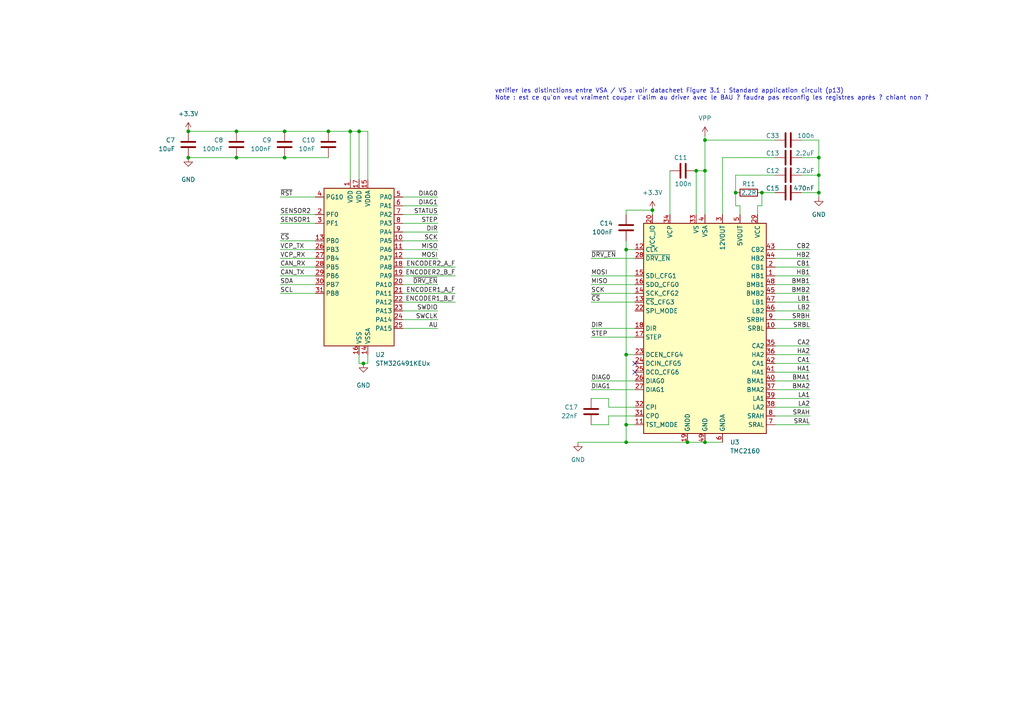
<source format=kicad_sch>
(kicad_sch (version 20230121) (generator eeschema)
  (paper "A4")
  (junction (at -125.73 33.02))
  (junction (at -48.26 118.11))
  (junction (at -34.29 16.51))
  (junction (at 199.39 128.27))
  (junction (at -124.46 116.84))
  (junction (at -146.05 144.78))
  (junction (at -173.99 114.3))
  (junction (at -125.73 58.42))
  (junction (at 189.23 60.96))
  (junction (at 82.55 38.1))
  (junction (at 95.25 38.1))
  (junction (at 54.61 38.1))
  (junction (at -64.77 257.81))
  (junction (at -156.21 116.84))
  (junction (at -173.99 127))
  (junction (at 358.14 25.4))
  (junction (at 355.6 148.59))
  (junction (at -62.23 16.51))
  (junction (at 53.34 -41.91))
  (junction (at -156.21 154.94))
  (junction (at -124.46 144.78))
  (junction (at -165.1 116.84))
  (junction (at 181.61 123.19))
  (junction (at -125.73 76.2))
  (junction (at 327.66 -43.18))
  (junction (at 337.82 -30.48))
  (junction (at 220.98 55.88))
  (junction (at -165.1 127))
  (junction (at 102.87 247.65))
  (junction (at -113.03 86.36))
  (junction (at 213.36 55.88))
  (junction (at 237.49 55.88))
  (junction (at 105.41 105.41))
  (junction (at -135.89 116.84))
  (junction (at -125.73 68.58))
  (junction (at 88.9 236.22))
  (junction (at 204.47 49.53))
  (junction (at -165.1 154.94))
  (junction (at 53.34 -24.13))
  (junction (at 101.6 38.1))
  (junction (at 360.68 64.77))
  (junction (at 171.45 248.92))
  (junction (at 358.14 -1.27))
  (junction (at -124.46 154.94))
  (junction (at -48.26 128.27))
  (junction (at 59.69 254))
  (junction (at 363.22 30.48))
  (junction (at 346.71 95.25))
  (junction (at -156.21 127))
  (junction (at -156.21 144.78))
  (junction (at 337.82 -43.18))
  (junction (at 353.06 148.59))
  (junction (at 181.61 102.87))
  (junction (at -173.99 142.24))
  (junction (at 201.93 49.53))
  (junction (at 167.64 248.92))
  (junction (at -35.56 128.27))
  (junction (at -25.4 118.11))
  (junction (at 54.61 45.72))
  (junction (at -165.1 144.78))
  (junction (at 68.58 38.1))
  (junction (at 327.66 -30.48))
  (junction (at 181.61 128.27))
  (junction (at 355.6 161.29))
  (junction (at 204.47 128.27))
  (junction (at -173.99 154.94))
  (junction (at 358.14 127))
  (junction (at -125.73 93.98))
  (junction (at 360.68 52.07))
  (junction (at -125.73 40.64))
  (junction (at -45.72 118.11))
  (junction (at -113.03 50.8))
  (junction (at 350.52 -30.48))
  (junction (at -113.03 33.02))
  (junction (at -22.86 118.11))
  (junction (at 5.08 -20.32))
  (junction (at 363.22 -30.48))
  (junction (at 360.68 -43.18))
  (junction (at 237.49 45.72))
  (junction (at 181.61 72.39))
  (junction (at 353.06 121.92))
  (junction (at -146.05 116.84))
  (junction (at 363.22 -43.18))
  (junction (at -113.03 68.58))
  (junction (at -124.46 127))
  (junction (at 204.47 40.64))
  (junction (at 156.21 238.76))
  (junction (at 351.79 -1.27))
  (junction (at 77.47 254))
  (junction (at -125.73 86.36))
  (junction (at 358.14 52.07))
  (junction (at 161.29 248.92))
  (junction (at 5.08 -43.18))
  (junction (at 68.58 45.72))
  (junction (at 237.49 50.8))
  (junction (at -135.89 144.78))
  (junction (at 15.24 -20.32))
  (junction (at 353.06 95.25))
  (junction (at 104.14 38.1))
  (junction (at 59.69 236.22))
  (junction (at 82.55 45.72))
  (junction (at 49.53 246.38))
  (junction (at -64.77 252.73))
  (junction (at -125.73 50.8))
  (junction (at 87.63 254))
  (junction (at 77.47 236.22))
  (junction (at 350.52 -43.18))
  (no_connect (at -52.07 255.27))
  (no_connect (at -39.37 252.73))
  (no_connect (at 101.6 240.03))
  (no_connect (at -52.07 245.11))
  (no_connect (at -39.37 245.11))
  (no_connect (at 17.78 -30.48))
  (no_connect (at 184.15 105.41))
  (no_connect (at 184.15 107.95))
  (no_connect (at 172.72 243.84))
  (no_connect (at -39.37 255.27))
  (wire (pts (xy -173.99 142.24) (xy -119.38 142.24)))
  (wire (pts (xy 224.79 100.33) (xy 234.95 100.33)))
  (wire (pts (xy 360.68 64.77) (xy 360.68 67.31)))
  (wire (pts (xy -173.99 142.24) (xy -173.99 144.78)))
  (wire (pts (xy -39.37 250.19) (xy -30.48 250.19)))
  (wire (pts (xy 363.22 -43.18) (xy 363.22 -40.64)))
  (wire (pts (xy 347.98 40.64) (xy 350.52 40.64)))
  (wire (pts (xy -170.18 86.36) (xy -162.56 86.36)))
  (wire (pts (xy 345.44 127) (xy 358.14 127)))
  (wire (pts (xy 53.34 -41.91) (xy 63.5 -41.91)))
  (wire (pts (xy -182.88 17.78) (xy -182.88 31.75)))
  (wire (pts (xy -154.94 71.12) (xy -152.4 71.12)))
  (wire (pts (xy 373.38 16.51) (xy 370.84 16.51)))
  (wire (pts (xy 171.45 113.03) (xy 184.15 113.03)))
  (wire (pts (xy -156.21 154.94) (xy -124.46 154.94)))
  (wire (pts (xy 232.41 45.72) (xy 237.49 45.72)))
  (wire (pts (xy -156.21 144.78) (xy -154.94 144.78)))
  (wire (pts (xy 355.6 161.29) (xy 355.6 163.83)))
  (wire (pts (xy 105.41 105.41) (xy 106.68 105.41)))
  (wire (pts (xy 134.62 -50.8) (xy 134.62 -43.18)))
  (wire (pts (xy -64.77 257.81) (xy -52.07 257.81)))
  (wire (pts (xy 181.61 123.19) (xy 184.15 123.19)))
  (wire (pts (xy 116.84 90.17) (xy 127 90.17)))
  (wire (pts (xy 87.63 247.65) (xy 88.9 247.65)))
  (wire (pts (xy 358.14 118.11) (xy 358.14 127)))
  (wire (pts (xy 360.68 64.77) (xy 360.68 62.23)))
  (wire (pts (xy -173.99 154.94) (xy -165.1 154.94)))
  (wire (pts (xy -39.37 257.81) (xy -30.48 257.81)))
  (wire (pts (xy -165.1 127) (xy -165.1 125.73)))
  (wire (pts (xy -182.88 41.91) (xy -182.88 59.69)))
  (wire (pts (xy -173.99 114.3) (xy -173.99 116.84)))
  (wire (pts (xy -156.21 116.84) (xy -154.94 116.84)))
  (wire (pts (xy 156.21 241.3) (xy 156.21 238.76)))
  (wire (pts (xy -142.24 33.02) (xy -125.73 33.02)))
  (wire (pts (xy 172.72 246.38) (xy 171.45 246.38)))
  (wire (pts (xy 116.84 77.47) (xy 132.08 77.47)))
  (wire (pts (xy 330.2 161.29) (xy 335.28 161.29)))
  (wire (pts (xy 102.87 247.65) (xy 102.87 254)))
  (wire (pts (xy 81.28 72.39) (xy 91.44 72.39)))
  (wire (pts (xy 224.79 110.49) (xy 234.95 110.49)))
  (wire (pts (xy 181.61 123.19) (xy 181.61 102.87)))
  (wire (pts (xy 88.9 236.22) (xy 101.6 236.22)))
  (wire (pts (xy 87.63 247.65) (xy 87.63 254)))
  (wire (pts (xy 116.84 67.31) (xy 127 67.31)))
  (wire (pts (xy 116.84 69.85) (xy 127 69.85)))
  (wire (pts (xy -64.77 252.73) (xy -64.77 257.81)))
  (wire (pts (xy 335.28 30.48) (xy 342.9 30.48)))
  (wire (pts (xy -45.72 118.11) (xy -43.18 118.11)))
  (wire (pts (xy 355.6 161.29) (xy 355.6 158.75)))
  (wire (pts (xy -124.46 116.84) (xy -119.38 116.84)))
  (wire (pts (xy 358.14 127) (xy 381 127)))
  (wire (pts (xy 30.48 -22.86) (xy 30.48 -20.32)))
  (wire (pts (xy 101.6 38.1) (xy 104.14 38.1)))
  (wire (pts (xy 59.69 236.22) (xy 59.69 241.3)))
  (wire (pts (xy 77.47 254) (xy 87.63 254)))
  (wire (pts (xy 190.5 238.76) (xy 203.2 238.76)))
  (wire (pts (xy 81.28 69.85) (xy 91.44 69.85)))
  (wire (pts (xy 353.06 95.25) (xy 353.06 107.95)))
  (wire (pts (xy 330.2 137.16) (xy 335.28 137.16)))
  (wire (pts (xy -200.66 68.58) (xy -198.12 68.58)))
  (wire (pts (xy -137.16 144.78) (xy -135.89 144.78)))
  (wire (pts (xy 87.63 254) (xy 102.87 254)))
  (wire (pts (xy 102.87 243.84) (xy 102.87 247.65)))
  (wire (pts (xy 167.64 241.3) (xy 172.72 241.3)))
  (wire (pts (xy 176.53 118.11) (xy 184.15 118.11)))
  (wire (pts (xy 224.79 107.95) (xy 234.95 107.95)))
  (wire (pts (xy 156.21 236.22) (xy 156.21 238.76)))
  (wire (pts (xy 355.6 148.59) (xy 355.6 151.13)))
  (wire (pts (xy -25.4 118.11) (xy -22.86 118.11)))
  (wire (pts (xy 116.84 92.71) (xy 127 92.71)))
  (wire (pts (xy 350.52 -43.18) (xy 350.52 -40.64)))
  (wire (pts (xy -165.1 116.84) (xy -156.21 116.84)))
  (wire (pts (xy -170.18 83.82) (xy -152.4 83.82)))
  (wire (pts (xy 387.35 78.74) (xy 393.7 78.74)))
  (wire (pts (xy 224.79 87.63) (xy 234.95 87.63)))
  (wire (pts (xy 5.08 -43.18) (xy 5.08 -36.83)))
  (wire (pts (xy 176.53 115.57) (xy 176.53 118.11)))
  (wire (pts (xy 335.28 16.51) (xy 340.36 16.51)))
  (wire (pts (xy -173.99 154.94) (xy -173.99 152.4)))
  (wire (pts (xy 353.06 121.92) (xy 353.06 132.08)))
  (wire (pts (xy -60.96 260.35) (xy -52.07 260.35)))
  (wire (pts (xy 373.38 40.64) (xy 370.84 40.64)))
  (wire (pts (xy 353.06 95.25) (xy 358.14 95.25)))
  (wire (pts (xy 45.72 -30.48) (xy 45.72 -24.13)))
  (wire (pts (xy -22.86 119.38) (xy -22.86 118.11)))
  (wire (pts (xy 318.77 -30.48) (xy 327.66 -30.48)))
  (wire (pts (xy -125.73 40.64) (xy -113.03 40.64)))
  (wire (pts (xy 335.28 40.64) (xy 340.36 40.64)))
  (wire (pts (xy 171.45 123.19) (xy 176.53 123.19)))
  (wire (pts (xy -147.32 144.78) (xy -146.05 144.78)))
  (wire (pts (xy 360.68 -43.18) (xy 350.52 -43.18)))
  (wire (pts (xy -135.89 116.84) (xy -124.46 116.84)))
  (wire (pts (xy 363.22 -30.48) (xy 350.52 -30.48)))
  (wire (pts (xy -200.66 36.83) (xy -186.69 36.83)))
  (wire (pts (xy 204.47 40.64) (xy 224.79 40.64)))
  (wire (pts (xy 353.06 121.92) (xy 353.06 118.11)))
  (wire (pts (xy 45.72 -41.91) (xy 53.34 -41.91)))
  (wire (pts (xy 53.34 -24.13) (xy 63.5 -24.13)))
  (wire (pts (xy 358.14 25.4) (xy 358.14 21.59)))
  (wire (pts (xy 219.71 59.69) (xy 220.98 59.69)))
  (wire (pts (xy -190.5 83.82) (xy -182.88 83.82)))
  (wire (pts (xy 342.9 161.29) (xy 355.6 161.29)))
  (wire (pts (xy 350.52 25.4) (xy 358.14 25.4)))
  (wire (pts (xy -34.29 16.51) (xy -31.75 16.51)))
  (wire (pts (xy 82.55 45.72) (xy 95.25 45.72)))
  (wire (pts (xy 351.79 -1.27) (xy 358.14 -1.27)))
  (wire (pts (xy 156.21 248.92) (xy 161.29 248.92)))
  (wire (pts (xy 49.53 246.38) (xy 52.07 246.38)))
  (wire (pts (xy -156.21 154.94) (xy -156.21 153.67)))
  (wire (pts (xy 54.61 38.1) (xy 68.58 38.1)))
  (wire (pts (xy 201.93 49.53) (xy 204.47 49.53)))
  (wire (pts (xy 213.36 55.88) (xy 213.36 59.69)))
  (wire (pts (xy -171.45 144.78) (xy -165.1 144.78)))
  (wire (pts (xy -149.86 36.83) (xy -163.83 36.83)))
  (wire (pts (xy 5.08 -43.18) (xy 30.48 -43.18)))
  (wire (pts (xy 347.98 16.51) (xy 350.52 16.51)))
  (wire (pts (xy 368.3 137.16) (xy 365.76 137.16)))
  (wire (pts (xy 116.84 59.69) (xy 127 59.69)))
  (wire (pts (xy -135.89 116.84) (xy -135.89 123.19)))
  (wire (pts (xy 8.89 -35.56) (xy 17.78 -35.56)))
  (wire (pts (xy 327.66 -43.18) (xy 337.82 -43.18)))
  (wire (pts (xy 204.47 40.64) (xy 204.47 49.53)))
  (wire (pts (xy 116.84 64.77) (xy 127 64.77)))
  (wire (pts (xy 337.82 -43.18) (xy 350.52 -43.18)))
  (wire (pts (xy 59.69 236.22) (xy 77.47 236.22)))
  (wire (pts (xy 171.45 115.57) (xy 176.53 115.57)))
  (wire (pts (xy 342.9 137.16) (xy 345.44 137.16)))
  (wire (pts (xy 116.84 72.39) (xy 127 72.39)))
  (wire (pts (xy 43.18 -35.56) (xy 45.72 -35.56)))
  (wire (pts (xy 387.35 86.36) (xy 393.7 86.36)))
  (wire (pts (xy 327.66 -30.48) (xy 337.82 -30.48)))
  (wire (pts (xy 318.77 -43.18) (xy 327.66 -43.18)))
  (wire (pts (xy -156.21 118.11) (xy -156.21 116.84)))
  (wire (pts (xy 81.28 77.47) (xy 91.44 77.47)))
  (wire (pts (xy 387.35 81.28) (xy 393.7 81.28)))
  (wire (pts (xy 363.22 -43.18) (xy 360.68 -43.18)))
  (wire (pts (xy 224.79 45.72) (xy 209.55 45.72)))
  (wire (pts (xy 167.64 248.92) (xy 171.45 248.92)))
  (wire (pts (xy -124.46 146.05) (xy -124.46 144.78)))
  (wire (pts (xy 116.84 95.25) (xy 127 95.25)))
  (wire (pts (xy 104.14 38.1) (xy 106.68 38.1)))
  (wire (pts (xy 171.45 246.38) (xy 171.45 248.92)))
  (wire (pts (xy -173.99 127) (xy -173.99 124.46)))
  (wire (pts (xy -48.26 118.11) (xy -45.72 118.11)))
  (wire (pts (xy 181.61 60.96) (xy 189.23 60.96)))
  (wire (pts (xy -124.46 127) (xy -124.46 125.73)))
  (wire (pts (xy 171.45 82.55) (xy 184.15 82.55)))
  (wire (pts (xy -156.21 127) (xy -156.21 125.73)))
  (wire (pts (xy 335.28 64.77) (xy 340.36 64.77)))
  (wire (pts (xy 386.08 40.64) (xy 381 40.64)))
  (wire (pts (xy 224.79 92.71) (xy 234.95 92.71)))
  (wire (pts (xy 81.28 64.77) (xy 91.44 64.77)))
  (wire (pts (xy -170.18 68.58) (xy -152.4 68.58)))
  (wire (pts (xy -137.16 116.84) (xy -135.89 116.84)))
  (wire (pts (xy 171.45 97.79) (xy 184.15 97.79)))
  (wire (pts (xy -113.03 86.36) (xy -95.25 86.36)))
  (wire (pts (xy 41.91 241.3) (xy 45.72 241.3)))
  (wire (pts (xy 347.98 64.77) (xy 360.68 64.77)))
  (wire (pts (xy 116.84 74.93) (xy 127 74.93)))
  (wire (pts (xy -115.57 50.8) (xy -113.03 50.8)))
  (wire (pts (xy -113.03 50.8) (xy -95.25 50.8)))
  (wire (pts (xy -171.45 116.84) (xy -165.1 116.84)))
  (wire (pts (xy 68.58 45.72) (xy 82.55 45.72)))
  (wire (pts (xy 49.53 254) (xy 59.69 254)))
  (wire (pts (xy 381 113.03) (xy 375.92 113.03)))
  (wire (pts (xy -48.26 128.27) (xy -35.56 128.27)))
  (wire (pts (xy -64.77 16.51) (xy -62.23 16.51)))
  (wire (pts (xy -115.57 86.36) (xy -113.03 86.36)))
  (wire (pts (xy 224.79 95.25) (xy 234.95 95.25)))
  (wire (pts (xy 335.28 52.07) (xy 340.36 52.07)))
  (wire (pts (xy 224.79 102.87) (xy 234.95 102.87)))
  (wire (pts (xy 330.2 148.59) (xy 335.28 148.59)))
  (wire (pts (xy -35.56 128.27) (xy -22.86 128.27)))
  (wire (pts (xy 363.22 30.48) (xy 386.08 30.48)))
  (wire (pts (xy 358.14 -1.27) (xy 363.22 -1.27)))
  (wire (pts (xy 342.9 113.03) (xy 345.44 113.03)))
  (wire (pts (xy -165.1 118.11) (xy -165.1 116.84)))
  (wire (pts (xy 213.36 50.8) (xy 224.79 50.8)))
  (wire (pts (xy 213.36 50.8) (xy 213.36 55.88)))
  (wire (pts (xy -54.61 19.05) (xy -64.77 19.05)))
  (wire (pts (xy 147.32 -20.32) (xy 147.32 -27.94)))
  (wire (pts (xy 204.47 49.53) (xy 204.47 62.23)))
  (wire (pts (xy 224.79 118.11) (xy 234.95 118.11)))
  (wire (pts (xy 345.44 121.92) (xy 353.06 121.92)))
  (wire (pts (xy 232.41 55.88) (xy 237.49 55.88)))
  (wire (pts (xy -146.05 144.78) (xy -144.78 144.78)))
  (wire (pts (xy -119.38 119.38) (xy -120.65 119.38)))
  (wire (pts (xy 350.52 -30.48) (xy 350.52 -33.02)))
  (wire (pts (xy 5.08 -20.32) (xy 5.08 -29.21)))
  (wire (pts (xy 104.14 105.41) (xy 105.41 105.41)))
  (wire (pts (xy -62.23 24.13) (xy -54.61 24.13)))
  (wire (pts (xy 77.47 236.22) (xy 88.9 236.22)))
  (wire (pts (xy -173.99 114.3) (xy -119.38 114.3)))
  (wire (pts (xy -27.94 118.11) (xy -25.4 118.11)))
  (wire (pts (xy 213.36 59.69) (xy 214.63 59.69)))
  (wire (pts (xy 104.14 102.87) (xy 104.14 105.41)))
  (wire (pts (xy 102.87 247.65) (xy 101.6 247.65)))
  (wire (pts (xy 360.68 52.07) (xy 360.68 54.61)))
  (wire (pts (xy 171.45 95.25) (xy 184.15 95.25)))
  (wire (pts (xy -22.86 127) (xy -22.86 128.27)))
  (wire (pts (xy 337.82 -43.18) (xy 337.82 -40.64)))
  (wire (pts (xy -48.26 119.38) (xy -48.26 118.11)))
  (wire (pts (xy 209.55 45.72) (xy 209.55 62.23)))
  (wire (pts (xy -31.75 19.05) (xy -31.75 26.67)))
  (wire (pts (xy 88.9 236.22) (xy 88.9 240.03)))
  (wire (pts (xy 363.22 -1.27) (xy 363.22 11.43)))
  (wire (pts (xy -64.77 252.73) (xy -52.07 252.73)))
  (wire (pts (xy 220.98 55.88) (xy 220.98 59.69)))
  (wire (pts (xy 224.79 72.39) (xy 234.95 72.39)))
  (wire (pts (xy 59.69 251.46) (xy 59.69 254)))
  (wire (pts (xy -165.1 154.94) (xy -156.21 154.94)))
  (wire (pts (xy -125.73 68.58) (xy -123.19 68.58)))
  (wire (pts (xy 201.93 49.53) (xy 201.93 62.23)))
  (wire (pts (xy 232.41 50.8) (xy 237.49 50.8)))
  (wire (pts (xy -41.91 19.05) (xy -31.75 19.05)))
  (wire (pts (xy -124.46 154.94) (xy -124.46 153.67)))
  (wire (pts (xy 77.47 236.22) (xy 77.47 242.57)))
  (wire (pts (xy -125.73 33.02) (xy -123.19 33.02)))
  (wire (pts (xy 363.22 -33.02) (xy 363.22 -30.48)))
  (wire (pts (xy -62.23 16.51) (xy -54.61 16.51)))
  (wire (pts (xy 358.14 52.07) (xy 360.68 52.07)))
  (wire (pts (xy -190.5 68.58) (xy -182.88 68.58)))
  (wire (pts (xy -146.05 116.84) (xy -144.78 116.84)))
  (wire (pts (xy 181.61 102.87) (xy 184.15 102.87)))
  (wire (pts (xy 224.79 113.03) (xy 234.95 113.03)))
  (wire (pts (xy -165.1 146.05) (xy -165.1 144.78)))
  (wire (pts (xy 181.61 128.27) (xy 199.39 128.27)))
  (wire (pts (xy 330.2 113.03) (xy 335.28 113.03)))
  (wire (pts (xy 116.84 57.15) (xy 127 57.15)))
  (wire (pts (xy 358.14 95.25) (xy 358.14 107.95)))
  (wire (pts (xy 224.79 77.47) (xy 234.95 77.47)))
  (wire (pts (xy 220.98 55.88) (xy 224.79 55.88)))
  (wire (pts (xy 104.14 38.1) (xy 104.14 52.07)))
  (wire (pts (xy 30.48 -20.32) (xy 15.24 -20.32)))
  (wire (pts (xy -119.38 147.32) (xy -120.65 147.32)))
  (wire (pts (xy 237.49 55.88) (xy 237.49 57.15)))
  (wire (pts (xy -34.29 26.67) (xy -41.91 26.67)))
  (wire (pts (xy 81.28 82.55) (xy 91.44 82.55)))
  (wire (pts (xy 381 137.16) (xy 375.92 137.16)))
  (wire (pts (xy 330.2 127) (xy 337.82 127)))
  (wire (pts (xy 342.9 148.59) (xy 353.06 148.59)))
  (wire (pts (xy -200.66 86.36) (xy -182.88 86.36)))
  (wire (pts (xy -125.73 86.36) (xy -123.19 86.36)))
  (wire (pts (xy -165.1 144.78) (xy -156.21 144.78)))
  (wire (pts (xy -39.37 260.35) (xy -30.48 260.35)))
  (wire (pts (xy -167.64 58.42) (xy -167.64 41.91)))
  (wire (pts (xy 167.64 128.27) (xy 181.61 128.27)))
  (wire (pts (xy 353.06 121.92) (xy 381 121.92)))
  (wire (pts (xy -170.18 71.12) (xy -162.56 71.12)))
  (wire (pts (xy -120.65 127) (xy -124.46 127)))
  (wire (pts (xy 116.84 80.01) (xy 132.08 80.01)))
  (wire (pts (xy -62.23 21.59) (xy -54.61 21.59)))
  (wire (pts (xy -146.05 116.84) (xy -146.05 123.19)))
  (wire (pts (xy -115.57 33.02) (xy -113.03 33.02)))
  (wire (pts (xy 237.49 45.72) (xy 237.49 50.8)))
  (wire (pts (xy 363.22 52.07) (xy 363.22 45.72)))
  (wire (pts (xy 353.06 148.59) (xy 355.6 148.59)))
  (wire (pts (xy -124.46 118.11) (xy -124.46 116.84)))
  (wire (pts (xy -125.73 76.2) (xy -113.03 76.2)))
  (wire (pts (xy -113.03 33.02) (xy -95.25 33.02)))
  (wire (pts (xy -165.1 154.94) (xy -165.1 153.67)))
  (wire (pts (xy 68.58 38.1) (xy 82.55 38.1)))
  (wire (pts (xy 116.84 87.63) (xy 132.08 87.63)))
  (wire (pts (xy 101.6 52.07) (xy 101.6 38.1)))
  (wire (pts (xy -142.24 86.36) (xy -125.73 86.36)))
  (wire (pts (xy 346.71 95.25) (xy 353.06 95.25)))
  (wire (pts (xy 77.47 250.19) (xy 77.47 254)))
  (wire (pts (xy -64.77 250.19) (xy -64.77 252.73)))
  (wire (pts (xy -48.26 127) (xy -48.26 128.27)))
  (wire (pts (xy 204.47 39.37) (xy 204.47 40.64)))
  (wire (pts (xy 232.41 40.64) (xy 237.49 40.64)))
  (wire (pts (xy -64.77 247.65) (xy -52.07 247.65)))
  (wire (pts (xy 224.79 115.57) (xy 234.95 115.57)))
  (wire (pts (xy 171.45 87.63) (xy 184.15 87.63)))
  (wire (pts (xy -41.91 16.51) (xy -34.29 16.51)))
  (wire (pts (xy 337.82 -33.02) (xy 337.82 -30.48)))
  (wire (pts (xy 237.49 50.8) (xy 237.49 55.88)))
  (wire (pts (xy 360.68 52.07) (xy 363.22 52.07)))
  (wire (pts (xy 15.24 -20.32) (xy 5.08 -20.32)))
  (wire (pts (xy 224.79 123.19) (xy 234.95 123.19)))
  (wire (pts (xy -146.05 144.78) (xy -146.05 151.13)))
  (wire (pts (xy -45.72 118.11) (xy -45.72 120.65)))
  (wire (pts (xy -142.24 68.58) (xy -125.73 68.58)))
  (wire (pts (xy 81.28 85.09) (xy 91.44 85.09)))
  (wire (pts (xy 353.06 142.24) (xy 353.06 148.59)))
  (wire (pts (xy -173.99 127) (xy -165.1 127)))
  (wire (pts (xy -147.32 116.84) (xy -146.05 116.84)))
  (wire (pts (xy 45.72 -35.56) (xy 45.72 -41.91)))
  (wire (pts (xy 116.84 85.09) (xy 132.08 85.09)))
  (wire (pts (xy -64.77 19.05) (xy -64.77 26.67)))
  (wire (pts (xy 181.61 102.87) (xy 181.61 72.39)))
  (wire (pts (xy 171.45 80.01) (xy 184.15 80.01)))
  (wire (pts (xy -135.89 144.78) (xy -135.89 151.13)))
  (wire (pts (xy -52.07 250.19) (xy -64.77 250.19)))
  (wire (pts (xy -165.1 127) (xy -156.21 127)))
  (wire (pts (xy -125.73 93.98) (xy -113.03 93.98)))
  (wire (pts (xy 347.98 52.07) (xy 358.14 52.07)))
  (wire (pts (xy 363.22 30.48) (xy 363.22 35.56)))
  (wire (pts (xy -45.72 120.65) (xy -43.18 120.65)))
  (wire (pts (xy 45.72 -24.13) (xy 53.34 -24.13)))
  (wire (pts (xy 363.22 21.59) (xy 363.22 30.48)))
  (wire (pts (xy 368.3 113.03) (xy 365.76 113.03)))
  (wire (pts (xy 59.69 254) (xy 77.47 254)))
  (wire (pts (xy -125.73 50.8) (xy -123.19 50.8)))
  (wire (pts (xy 358.14 148.59) (xy 358.14 142.24)))
  (wire (pts (xy 181.61 69.85) (xy 181.61 72.39)))
  (wire (pts (xy 190.5 246.38) (xy 203.2 246.38)))
  (wire (pts (xy -125.73 58.42) (xy -113.03 58.42)))
  (wire (pts (xy 355.6 148.59) (xy 358.14 148.59)))
  (wire (pts (xy 81.28 74.93) (xy 91.44 74.93)))
  (wire (pts (xy 106.68 102.87) (xy 106.68 105.41)))
  (wire (pts (xy 171.45 74.93) (xy 184.15 74.93)))
  (wire (pts (xy 335.28 25.4) (xy 342.9 25.4)))
  (wire (pts (xy 82.55 38.1) (xy 95.25 38.1)))
  (wire (pts (xy 81.28 57.15) (xy 91.44 57.15)))
  (wire (pts (xy -115.57 68.58) (xy -113.03 68.58)))
  (wire (pts (xy -200.66 83.82) (xy -198.12 83.82)))
  (wire (pts (xy 358.14 25.4) (xy 358.14 35.56)))
  (wire (pts (xy 116.84 62.23) (xy 127 62.23)))
  (wire (pts (xy 224.79 120.65) (xy 234.95 120.65)))
  (wire (pts (xy 219.71 59.69) (xy 219.71 62.23)))
  (wire (pts (xy 176.53 120.65) (xy 176.53 123.19)))
  (wire (pts (xy 49.53 236.22) (xy 59.69 236.22)))
  (wire (pts (xy 337.82 -30.48) (xy 350.52 -30.48)))
  (wire (pts (xy 224.79 82.55) (xy 234.95 82.55)))
  (wire (pts (xy 43.18 -30.48) (xy 45.72 -30.48)))
  (wire (pts (xy -62.23 26.67) (xy -54.61 26.67)))
  (wire (pts (xy -64.77 257.81) (xy -64.77 260.35)))
  (wire (pts (xy 102.87 243.84) (xy 101.6 243.84)))
  (wire (pts (xy -167.64 17.78) (xy -167.64 31.75)))
  (wire (pts (xy 358.14 45.72) (xy 358.14 52.07)))
  (wire (pts (xy -113.03 68.58) (xy -95.25 68.58)))
  (wire (pts (xy 224.79 74.93) (xy 234.95 74.93)))
  (wire (pts (xy -120.65 119.38) (xy -120.65 127)))
  (wire (pts (xy -34.29 21.59) (xy -41.91 21.59)))
  (wire (pts (xy 81.28 80.01) (xy 91.44 80.01)))
  (wire (pts (xy -120.65 154.94) (xy -124.46 154.94)))
  (wire (pts (xy -34.29 24.13) (xy -41.91 24.13)))
  (wire (pts (xy 199.39 128.27) (xy 204.47 128.27)))
  (wire (pts (xy 101.6 38.1) (xy 95.25 38.1)))
  (wire (pts (xy -39.37 247.65) (xy -30.48 247.65)))
  (wire (pts (xy 161.29 248.92) (xy 167.64 248.92)))
  (wire (pts (xy -154.94 86.36) (xy -152.4 86.36)))
  (wire (pts (xy 116.84 82.55) (xy 127 82.55)))
  (wire (pts (xy 330.2 121.92) (xy 337.82 121.92)))
  (wire (pts (xy 224.79 90.17) (xy 234.95 90.17)))
  (wire (pts (xy 224.79 80.01) (xy 234.95 80.01)))
  (wire (pts (xy 237.49 40.64) (xy 237.49 45.72)))
  (wire (pts (xy 181.61 72.39) (xy 184.15 72.39)))
  (wire (pts (xy 15.24 -27.94) (xy 17.78 -27.94)))
  (wire (pts (xy 181.61 62.23) (xy 181.61 60.96)))
  (wire (pts (xy 358.14 25.4) (xy 386.08 25.4)))
  (wire (pts (xy 386.08 16.51) (xy 381 16.51)))
  (wire (pts (xy 214.63 59.69) (xy 214.63 62.23)))
  (wire (pts (xy 194.31 49.53) (xy 194.31 62.23)))
  (wire (pts (xy 387.35 83.82) (xy 393.7 83.82)))
  (wire (pts (xy 358.14 127) (xy 358.14 132.08)))
  (wire (pts (xy 8.89 -38.1) (xy 17.78 -38.1)))
  (wire (pts (xy 54.61 45.72) (xy 68.58 45.72)))
  (wire (pts (xy 106.68 38.1) (xy 106.68 52.07)))
  (wire (pts (xy 224.79 105.41) (xy 234.95 105.41)))
  (wire (pts (xy 181.61 123.19) (xy 181.61 128.27)))
  (wire (pts (xy 171.45 110.49) (xy 184.15 110.49)))
  (wire (pts (xy -135.89 144.78) (xy -124.46 144.78)))
  (wire (pts (xy 224.79 85.09) (xy 234.95 85.09)))
  (wire (pts (xy 184.15 120.65) (xy 176.53 120.65)))
  (wire (pts (xy 204.47 128.27) (xy 209.55 128.27)))
  (wire (pts (xy 171.45 85.09) (xy 184.15 85.09)))
  (wire (pts (xy 358.14 -1.27) (xy 358.14 11.43)))
  (wire (pts (xy 189.23 60.96) (xy 189.23 62.23)))
  (wire (pts (xy -124.46 144.78) (xy -119.38 144.78)))
  (wire (pts (xy -120.65 147.32) (xy -120.65 154.94)))
  (wire (pts (xy -200.66 71.12) (xy -182.88 71.12)))
  (wire (pts (xy -156.21 127) (xy -124.46 127)))
  (wire (pts (xy 156.21 238.76) (xy 172.72 238.76)))
  (wire (pts (xy -142.24 50.8) (xy -125.73 50.8)))
  (wire (pts (xy 81.28 62.23) (xy 91.44 62.23)))
  (wire (pts (xy -156.21 146.05) (xy -156.21 144.78)))
  (wire (pts (xy 350.52 30.48) (xy 363.22 30.48)))
  (text "Pas 5V ET 3.3V en même temps !\nConfiguration potentiellement requise via les lignes I2C (pour la res du A/B); faut voir si on peut les cabler, ou les exposer au moins" (at 115.57 226.06 0) (effects (font (size 1.27 1.27)) (justify left bottom)))
  (text "verifier les distinctions entre VSA / VS : voir datacheet Figure 3.1 : Standard application circuit (p13)\nNote : est ce qu'on veut vraiment couper l'alim au driver avec le BAU ? faudra pas reconfig les registres après ? chiant non ?" (at 143.51 29.21 0) (effects (font (size 1.27 1.27)) (justify left bottom)))
  (text "Je crois pas qu'on ait du 470u avec ce package\n" (at 317.5 -54.61 0) (effects (font (size 1.27 1.27)) (justify left bottom)))
  (label "MAGNETIC_B" (at -167.64 17.78 270))
  (label "LB2" (at 381 137.16 180))
  (label "~{DRV_EN}" (at 171.45 74.93 0))
  (label "CA1" (at 234.95 105.41 180))
  (label "VCP_RX" (at -60.96 260.35 0))
  (label "HA2" (at 386.08 16.51 180))
  (label "MISO" (at 171.45 82.55 0))
  (label "SCL" (at 81.28 85.09 0))
  (label "CAN_TX" (at 81.28 80.01 0))
  (label "SRBL" (at 234.95 95.25 180))
  (label "HB1" (at 234.95 80.01 180))
  (label "DIR" (at 171.45 95.25 0))
  (label "OUT_ENCODER1_B" (at -167.64 58.42 90))
  (label "HB1" (at 330.2 113.03 0))
  (label "STATUS" (at 127 62.23 180))
  (label "AU" (at 127 95.25 180))
  (label "ENCODER2_B" (at -142.24 86.36 0))
  (label "SRBH" (at 234.95 92.71 180))
  (label "ENCODER2_B_F" (at 132.08 80.01 180))
  (label "BMA2" (at 386.08 30.48 180))
  (label "SENSOR2" (at 81.28 62.23 0))
  (label "DIR" (at 127 67.31 180))
  (label "CAN_RX" (at 8.89 -35.56 0))
  (label "SWDIO" (at 127 90.17 180))
  (label "BMB2" (at 381 127 180))
  (label "MOSI" (at 127 74.93 180))
  (label "CANL" (at -34.29 26.67 180))
  (label "LA1" (at 234.95 115.57 180))
  (label "ENCODER1_B_F" (at -95.25 50.8 180))
  (label "~{RST}" (at 81.28 57.15 0))
  (label "HA1" (at 335.28 16.51 0))
  (label "ENCODER1_B" (at -142.24 50.8 0))
  (label "DIAG1" (at 171.45 113.03 0))
  (label "SENSOR1" (at -171.45 116.84 0))
  (label "SRAH" (at 335.28 52.07 0))
  (label "OUT_ENCODER1_A" (at -182.88 59.69 90))
  (label "SRAL" (at 335.28 64.77 0))
  (label "ENCODER1_A" (at -142.24 33.02 0))
  (label "VCP_TX" (at 81.28 72.39 0))
  (label "HA2" (at 234.95 102.87 180))
  (label "SWCLK" (at 127 92.71 180))
  (label "LA2" (at 234.95 118.11 180))
  (label "ENCODER1_B" (at -149.86 36.83 180))
  (label "LA2" (at 386.08 40.64 180))
  (label "BMA1" (at 234.95 110.49 180))
  (label "LB1" (at 234.95 87.63 180))
  (label "CA1" (at 335.28 25.4 0))
  (label "MOSI" (at 171.45 80.01 0))
  (label "BMA2" (at 234.95 113.03 180))
  (label "ENCODER2_A" (at -152.4 83.82 180))
  (label "DIAG0" (at 127 57.15 180))
  (label "CB2" (at 330.2 127 0))
  (label "VCP_RX" (at 81.28 74.93 0))
  (label "SRBL" (at 330.2 161.29 0))
  (label "AU" (at -62.23 24.13 0))
  (label "STATUS" (at 134.62 -50.8 270))
  (label "SWCLK" (at -30.48 250.19 180))
  (label "LB1" (at 330.2 137.16 0))
  (label "ENCODER1_B_F" (at 132.08 87.63 180))
  (label "~{RST}" (at -30.48 257.81 180))
  (label "OUT_ENCODER1_B" (at -200.66 71.12 0))
  (label "MAGNETIC_A" (at 203.2 238.76 180))
  (label "BMB1" (at 387.35 83.82 0))
  (label "VCP_TX" (at -30.48 260.35 180))
  (label "SCK" (at 127 69.85 180))
  (label "SRAH" (at 234.95 120.65 180))
  (label "~{CS}" (at 81.28 69.85 0))
  (label "ENCODER2_B_F" (at -95.25 86.36 180))
  (label "OUT_ENCODER1_A" (at -152.4 68.58 180))
  (label "SRAL" (at 234.95 123.19 180))
  (label "SDA" (at -62.23 21.59 0))
  (label "SENSOR2" (at -171.45 144.78 0))
  (label "~{RST}" (at 101.6 236.22 180))
  (label "CANL" (at 63.5 -24.13 180))
  (label "LA1" (at 335.28 40.64 0))
  (label "ENCODER2_B" (at -200.66 86.36 0))
  (label "~{DRV_EN}" (at 127 82.55 180))
  (label "MAGNETIC_A" (at -182.88 17.78 270))
  (label "CB2" (at 234.95 72.39 180))
  (label "HB2" (at 234.95 74.93 180))
  (label "BMB1" (at 381 121.92 180))
  (label "CANH" (at -62.23 26.67 0))
  (label "ENCODER2_A_F" (at -95.25 68.58 180))
  (label "CAN_RX" (at 81.28 77.47 0))
  (label "BMB2" (at 234.95 85.09 180))
  (label "CA2" (at 234.95 100.33 180))
  (label "ENCODER1_A" (at -200.66 36.83 0))
  (label "~{DRV_EN}" (at 147.32 -20.32 90))
  (label "CANH" (at 63.5 -41.91 180))
  (label "HB2" (at 381 113.03 180))
  (label "SRBH" (at 330.2 148.59 0))
  (label "ENCODER1_A_F" (at 132.08 85.09 180))
  (label "SCL" (at -34.29 21.59 180))
  (label "BMA1" (at 387.35 78.74 0))
  (label "RST" (at -34.29 24.13 180))
  (label "BMB2" (at 387.35 86.36 0))
  (label "LB2" (at 234.95 90.17 180))
  (label "BMB1" (at 234.95 82.55 180))
  (label "MAGNETIC_B" (at 203.2 246.38 180))
  (label "BMA1" (at 386.08 25.4 180))
  (label "MISO" (at 127 72.39 180))
  (label "~{CS}" (at 171.45 87.63 0))
  (label "SDA" (at 81.28 82.55 0))
  (label "CB1" (at 234.95 77.47 180))
  (label "SCK" (at 171.45 85.09 0))
  (label "BMA2" (at 387.35 81.28 0))
  (label "STEP" (at 171.45 97.79 0))
  (label "ENCODER1_A_F" (at -95.25 33.02 180))
  (label "ENCODER2_A" (at -142.24 68.58 0))
  (label "CAN_TX" (at 8.89 -38.1 0))
  (label "HA1" (at 234.95 107.95 180))
  (label "STEP" (at 127 64.77 180))
  (label "SWDIO" (at -30.48 247.65 180))
  (label "ENCODER2_A_F" (at 132.08 77.47 180))
  (label "DIAG0" (at 171.45 110.49 0))
  (label "SENSOR1" (at 81.28 64.77 0))
  (label "CB1" (at 330.2 121.92 0))
  (label "CA2" (at 335.28 30.48 0))
  (label "RST" (at 41.91 241.3 0))
  (label "DIAG1" (at 127 59.69 180))
  (symbol (lib_id "power:GND") (at -173.99 154.94 0) (unit 1)
    (property "Reference" "#PWR042" (effects hide))
    (property "Value" "GND" (at -173.99 160.02 0))
  )
  (symbol (lib_id "Device:R") (at 15.24 -24.13 0) (unit 1)
    (property "Reference" "R5" (at 12.7 -25.4 0) (effects (justify right)))
    (property "Value" "0" (at 12.7 -22.86 0) (effects (justify right)))
    (property "Footprint" "Resistor_SMD:R_0603_1608Metric" (effects hide))
  )
  (symbol (lib_id "Device:R") (at -125.73 36.83 0) (unit 1)
    (property "Reference" "R25" (at -128.27 35.56 0) (effects (justify right)))
    (property "Value" "10k" (at -128.27 38.1 0) (effects (justify right)))
    (property "Footprint" "Resistor_SMD:R_0603_1608Metric" (effects hide))
  )
  (symbol (lib_id "Device:LED") (at 134.62 -39.37 90) (unit 1)
    (property "Reference" "D3" (at 138.43 -39.0525 90) (effects (justify right)))
    (property "Value" "GREEN" (at 138.43 -36.5125 90) (effects (justify right)))
    (property "Footprint" "LED_SMD:LED_0805_2012Metric" (effects hide))
  )
  (symbol (lib_id "Mechanical:MountingHole_Pad") (at 205.74 -27.94 0) (unit 1)
    (property "Reference" "H3" (at 208.28 -30.48 0) (effects (justify left)))
    (property "Value" "M3" (at 208.28 -27.94 0) (effects (justify left)))
    (property "Footprint" "MountingHole:MountingHole_3.2mm_M3_Pad_Via" (effects hide))
  )
  (symbol (lib_id "Interface_CAN_LIN:MCP2551-I-SN") (at 30.48 -33.02 0) (unit 1)
    (property "Reference" "U1" (at 32.6741 -45.72 0) (effects (justify left)))
    (property "Value" "MCP2551-I-SN" (at 32.6741 -43.18 0) (effects (justify left)))
    (property "Footprint" "Package_SO:SOIC-8_3.9x4.9mm_P1.27mm" (effects hide))
    (property "Datasheet" "http://ww1.microchip.com/downloads/en/devicedoc/21667d.pdf" (effects hide))
  )
  (symbol (lib_id "Device:LED") (at 147.32 -39.37 90) (unit 1)
    (property "Reference" "D4" (at 151.13 -39.0525 90) (effects (justify right)))
    (property "Value" "YELLOW" (at 151.13 -36.5125 90) (effects (justify right)))
    (property "Footprint" "LED_SMD:LED_0805_2012Metric" (effects hide))
  )
  (symbol (lib_id "power:+5V") (at -64.77 16.51 0) (unit 1)
    (property "Reference" "#PWR016" (effects hide))
    (property "Value" "+5V" (at -64.77 11.43 0))
  )
  (symbol (lib_id "Device:R") (at -119.38 50.8 90) (mirror x) (unit 1)
    (property "Reference" "R28" (at -127 49.53 90) (effects (justify right)))
    (property "Value" "4.7k" (at -115.57 49.53 90) (effects (justify right)))
    (property "Footprint" "Resistor_SMD:R_0603_1608Metric" (effects hide))
  )
  (symbol (lib_id "Device:R") (at 339.09 137.16 270) (mirror x) (unit 1)
    (property "Reference" "R19" (at 339.09 132.08 90))
    (property "Value" "22" (at 339.09 134.62 90))
    (property "Footprint" "Resistor_SMD:R_0603_1608Metric" (effects hide))
  )
  (symbol (lib_id "Connector:TestPoint") (at 190.5 243.84 270) (unit 1)
    (property "Reference" "TP3" (at 195.58 243.84 90) (effects (justify left)))
    (property "Value" "TestPoint" (effects hide))
    (property "Footprint" "TestPoint:TestPoint_Pad_D1.0mm" (effects hide))
  )
  (symbol (lib_id "Device:Q_NMOS_GSD") (at 57.15 246.38 0) (unit 1)
    (property "Reference" "Q6" (at 63.5 245.11 0) (effects (justify left)))
    (property "Value" "Q_NMOS_GSD" (at 63.5 247.65 0) (effects (justify left)))
    (property "Footprint" "Package_TO_SOT_SMD:SOT-23" (effects hide))
  )
  (symbol (lib_id "Device:C") (at 350.52 -36.83 0) (unit 1)
    (property "Reference" "C2" (at 354.33 -38.1 0) (effects (justify left)))
    (property "Value" "100nF" (at 354.33 -35.56 0) (effects (justify left)))
    (property "Footprint" "Capacitor_SMD:C_0603_1608Metric" (effects hide))
  )
  (symbol (lib_id "power:VPP") (at 346.71 95.25 0) (unit 1)
    (property "Reference" "#PWR030" (effects hide))
    (property "Value" "VPP" (at 346.71 90.17 0))
  )
  (symbol (lib_id "Device:LED") (at 111.76 -39.37 90) (unit 1)
    (property "Reference" "D1" (at 115.57 -39.0525 90) (effects (justify right)))
    (property "Value" "RED" (at 115.57 -36.5125 90) (effects (justify right)))
    (property "Footprint" "LED_SMD:LED_0805_2012Metric" (effects hide))
  )
  (symbol (lib_id "Device:C") (at 95.25 41.91 0) (mirror y) (unit 1)
    (property "Reference" "C10" (at 91.44 40.64 0) (effects (justify left)))
    (property "Value" "10nF" (at 91.44 43.18 0) (effects (justify left)))
    (property "Footprint" "Capacitor_SMD:C_0603_1608Metric" (effects hide))
  )
  (symbol (lib_id "Device:R") (at -119.38 33.02 90) (mirror x) (unit 1)
    (property "Reference" "R22" (at -127 31.75 90) (effects (justify right)))
    (property "Value" "4.7k" (at -115.57 31.75 90) (effects (justify right)))
    (property "Footprint" "Resistor_SMD:R_0603_1608Metric" (effects hide))
  )
  (symbol (lib_id "Device:R") (at 217.17 55.88 90) (unit 1)
    (property "Reference" "R11" (at 217.17 53.34 90))
    (property "Value" "2.2R" (at 217.17 55.88 90))
    (property "Footprint" "Resistor_SMD:R_0603_1608Metric" (effects hide))
  )
  (symbol (lib_id "Device:C") (at 198.12 49.53 90) (unit 1)
    (property "Reference" "C11" (at 199.39 45.72 90) (effects (justify left)))
    (property "Value" "100n" (at 200.66 53.34 90) (effects (justify left)))
    (property "Footprint" "Capacitor_SMD:C_0603_1608Metric" (effects hide))
  )
  (symbol (lib_id "Device:C") (at 5.08 -33.02 0) (mirror y) (unit 1)
    (property "Reference" "C3" (at 1.27 -34.29 0) (effects (justify left)))
    (property "Value" "100nF" (at 1.27 -31.75 0) (effects (justify left)))
    (property "Footprint" "Capacitor_SMD:C_0603_1608Metric" (effects hide))
  )
  (symbol (lib_id "power:VPP") (at 363.22 -43.18 0) (unit 1)
    (property "Reference" "#PWR04" (effects hide))
    (property "Value" "VPP" (at 363.22 -48.26 0))
  )
  (symbol (lib_id "Device:R") (at -140.97 144.78 270) (mirror x) (unit 1)
    (property "Reference" "R23" (at -140.97 147.32 90))
    (property "Value" "22k" (at -140.97 144.78 90))
    (property "Footprint" "Resistor_SMD:R_0603_1608Metric" (effects hide))
  )
  (symbol (lib_id "Device:C") (at 171.45 119.38 0) (mirror y) (unit 1)
    (property "Reference" "C17" (at 167.64 118.11 0) (effects (justify left)))
    (property "Value" "22nF" (at 167.64 120.65 0) (effects (justify left)))
    (property "Footprint" "Capacitor_SMD:C_0603_1608Metric" (effects hide))
  )
  (symbol (lib_id "power:GND") (at -48.26 128.27 0) (unit 1)
    (property "Reference" "#PWR038" (effects hide))
    (property "Value" "GND" (at -48.26 133.35 0))
  )
  (symbol (lib_id "Device:R") (at 49.53 250.19 0) (unit 1)
    (property "Reference" "R35" (at 46.99 248.92 0) (effects (justify right)))
    (property "Value" "10k" (at 46.99 251.46 0) (effects (justify right)))
    (property "Footprint" "Resistor_SMD:R_0603_1608Metric" (effects hide))
  )
  (symbol (lib_id "Mechanical:MountingHole_Pad") (at 187.96 -27.94 0) (unit 1)
    (property "Reference" "H1" (at 190.5 -30.48 0) (effects (justify left)))
    (property "Value" "M3" (at 190.5 -27.94 0) (effects (justify left)))
    (property "Footprint" "MountingHole:MountingHole_3.2mm_M3_Pad_Via" (effects hide))
  )
  (symbol (lib_id "Connector_Generic:Conn_02x01") (at 318.77 -38.1 270) (unit 1)
    (property "Reference" "J1" (at 321.31 -38.1 90) (effects (justify left)))
    (property "Value" "PSU" (at 321.31 -35.56 90) (effects (justify left)))
    (property "Footprint" "ConnectorsEvo:66200221022" (effects hide))
  )
  (symbol (lib_id "power:VPP") (at 111.76 -43.18 0) (unit 1)
    (property "Reference" "#PWR02" (effects hide))
    (property "Value" "VPP" (at 111.76 -48.26 0))
  )
  (symbol (lib_id "ComponentsEvo:Si9634DY") (at 365.76 16.51 0) (mirror y) (unit 1)
    (property "Reference" "Q1" (at 354.33 20.32 0) (effects (justify left)))
    (property "Value" "~" (at 363.22 16.51 0))
    (property "Footprint" "Package_SO:SO-8_3.9x4.9mm_P1.27mm" (effects hide))
    (property "Datasheet" "https://www.vishay.com/docs/62114/si9634dy.pdf" (effects hide))
  )
  (symbol (lib_id "Device:R") (at -151.13 116.84 90) (mirror x) (unit 1)
    (property "Reference" "R17" (at -151.13 119.38 90))
    (property "Value" "5.1k" (at -151.13 116.84 90))
    (property "Footprint" "Resistor_SMD:R_0603_1608Metric" (effects hide))
  )
  (symbol (lib_id "ComponentsEvo:Si9634DY") (at 355.6 40.64 0) (unit 1)
    (property "Reference" "Q2" (at 367.03 44.45 0) (effects (justify left)))
    (property "Value" "~" (at 358.14 40.64 0))
    (property "Footprint" "Package_SO:SO-8_3.9x4.9mm_P1.27mm" (effects hide))
    (property "Datasheet" "https://www.vishay.com/docs/62114/si9634dy.pdf" (effects hide))
  )
  (symbol (lib_id "Device:C") (at -173.99 148.59 0) (mirror y) (unit 1)
    (property "Reference" "C24" (at -177.8 147.32 0) (effects (justify left)))
    (property "Value" "100nF" (at -177.8 149.86 0) (effects (justify left)))
    (property "Footprint" "Capacitor_SMD:C_0603_1608Metric" (effects hide))
  )
  (symbol (lib_id "power:GND") (at 214.63 -25.4 0) (unit 1)
    (property "Reference" "#PWR012" (effects hide))
    (property "Value" "GND" (at 214.63 -20.32 0))
  )
  (symbol (lib_id "Device:LED") (at 123.19 -39.37 90) (unit 1)
    (property "Reference" "D2" (at 127 -39.0525 90) (effects (justify right)))
    (property "Value" "RED" (at 127 -36.5125 90) (effects (justify right)))
    (property "Footprint" "LED_SMD:LED_0805_2012Metric" (effects hide))
  )
  (symbol (lib_id "Device:R") (at 344.17 64.77 270) (mirror x) (unit 1)
    (property "Reference" "R14" (at 344.17 59.69 90))
    (property "Value" "47" (at 344.17 62.23 90))
    (property "Footprint" "Resistor_SMD:R_0603_1608Metric" (effects hide))
  )
  (symbol (lib_id "power:GND") (at -125.73 40.64 0) (unit 1)
    (property "Reference" "#PWR043" (effects hide))
    (property "Value" "GND" (at -125.73 45.72 0))
  )
  (symbol (lib_id "Device:R") (at 59.69 232.41 0) (mirror y) (unit 1) (in_bom no) (dnp yes)
    (property "Reference" "R34" (at 62.23 231.14 0) (effects (justify right)))
    (property "Value" "10k" (at 62.23 233.68 0) (effects (justify right)))
    (property "Footprint" "Resistor_SMD:R_0603_1608Metric" (effects hide))
  )
  (symbol (lib_id "power:GND") (at -125.73 76.2 0) (unit 1)
    (property "Reference" "#PWR046" (effects hide))
    (property "Value" "GND" (at -125.73 81.28 0))
  )
  (symbol (lib_id "power:GND") (at 123.19 -27.94 0) (unit 1)
    (property "Reference" "#PWR07" (effects hide))
    (property "Value" "GND" (at 123.19 -22.86 0))
  )
  (symbol (lib_id "ComponentsEvo:Si9634DY") (at 355.6 16.51 0) (unit 2)
    (property "Reference" "Q1" (at 367.03 20.32 0) (effects (justify left)))
    (property "Value" "~" (at 358.14 16.51 0))
    (property "Footprint" "Package_SO:SO-8_3.9x4.9mm_P1.27mm" (effects hide))
    (property "Datasheet" "https://www.vishay.com/docs/62114/si9634dy.pdf" (effects hide))
  )
  (symbol (lib_id "power:PWR_FLAG") (at 360.68 -43.18 0) (unit 1)
    (property "Reference" "#FLG01" (effects hide))
    (property "Value" "PWR_FLAG" (effects hide))
  )
  (symbol (lib_id "power:+3.3V") (at -64.77 247.65 0) (unit 1)
    (property "Reference" "#PWR051" (effects hide))
    (property "Value" "+3.3V" (at -64.77 242.57 0))
  )
  (symbol (lib_id "Device:C") (at 346.71 30.48 270) (mirror x) (unit 1)
    (property "Reference" "C6" (at 340.36 29.21 90) (effects (justify left)))
    (property "Value" "220nF" (at 349.25 29.21 90) (effects (justify left)))
    (property "Footprint" "Capacitor_SMD:C_0603_1608Metric" (effects hide))
  )
  (symbol (lib_id "Device:C") (at -113.03 36.83 0) (unit 1)
    (property "Reference" "C26" (at -109.22 35.56 0) (effects (justify left)))
    (property "Value" "1nF" (at -109.22 38.1 0) (effects (justify left)))
    (property "Footprint" "Capacitor_SMD:C_0603_1608Metric" (effects hide))
  )
  (symbol (lib_id "power:+12V") (at -179.07 110.49 0) (unit 1)
    (property "Reference" "#PWR033" (effects hide))
    (property "Value" "+12V" (at -179.07 105.41 0))
  )
  (symbol (lib_id "power:+5V") (at -200.66 83.82 0) (unit 1)
    (property "Reference" "#PWR028" (effects hide))
    (property "Value" "+5V" (at -200.66 78.74 0))
  )
  (symbol (lib_id "Device:R") (at 111.76 -31.75 0) (unit 1)
    (property "Reference" "R1" (at 114.3 -33.02 0) (effects (justify left)))
    (property "Value" "4.7k" (at 114.3 -30.48 0) (effects (justify left)))
    (property "Footprint" "Resistor_SMD:R_0603_1608Metric" (effects hide))
  )
  (symbol (lib_id "Device:C") (at 167.64 245.11 0) (mirror y) (unit 1)
    (property "Reference" "C31" (at 163.83 243.84 0) (effects (justify left)))
    (property "Value" "1uF" (at 163.83 246.38 0) (effects (justify left)))
    (property "Footprint" "Capacitor_SMD:C_0603_1608Metric" (effects hide))
  )
  (symbol (lib_id "power:GND") (at 111.76 -27.94 0) (unit 1)
    (property "Reference" "#PWR06" (effects hide))
    (property "Value" "GND" (at 111.76 -22.86 0))
  )
  (symbol (lib_id "Jumper:Jumper_2_Open") (at -140.97 123.19 0) (unit 1)
    (property "Reference" "JP8" (at -139.1493 125.1012 0) (effects (justify right)))
    (property "Value" "Jumper_2_Open" (effects hide))
    (property "Footprint" "Jumper:SolderJumper-2_P1.3mm_Open_RoundedPad1.0x1.5mm" (effects hide))
  )
  (symbol (lib_id "Device:C_Polarized") (at 337.82 -36.83 0) (unit 1)
    (property "Reference" "C1" (at 341.63 -38.989 0) (effects (justify left)))
    (property "Value" "470uF" (at 341.63 -36.449 0) (effects (justify left)))
    (property "Footprint" "Capacitor_SMD:CP_Elec_6.3x7.7" (effects hide))
  )
  (symbol (lib_id "Device:R") (at 339.09 161.29 270) (mirror x) (unit 1)
    (property "Reference" "R27" (at 339.09 156.21 90))
    (property "Value" "47" (at 339.09 158.75 90))
    (property "Footprint" "Resistor_SMD:R_0603_1608Metric" (effects hide))
  )
  (symbol (lib_id "Device:R") (at -125.73 54.61 0) (unit 1)
    (property "Reference" "R29" (at -128.27 53.34 0) (effects (justify right)))
    (property "Value" "10k" (at -128.27 55.88 0) (effects (justify right)))
    (property "Footprint" "Resistor_SMD:R_0603_1608Metric" (effects hide))
  )
  (symbol (lib_id "power:PWR_FLAG") (at -25.4 118.11 0) (unit 1)
    (property "Reference" "#FLG04" (effects hide))
    (property "Value" "PWR_FLAG" (effects hide))
  )
  (symbol (lib_id "Device:C") (at 156.21 245.11 0) (mirror y) (unit 1)
    (property "Reference" "C30" (at 152.4 243.84 0) (effects (justify left)))
    (property "Value" "100nF" (at 152.4 246.38 0) (effects (justify left)))
    (property "Footprint" "Capacitor_SMD:C_0603_1608Metric" (effects hide))
  )
  (symbol (lib_id "power:GND") (at 105.41 105.41 0) (unit 1)
    (property "Reference" "#PWR032" (effects hide))
    (property "Value" "GND" (at 105.41 111.76 0))
  )
  (symbol (lib_id "power:GND") (at 346.71 102.87 0) (unit 1)
    (property "Reference" "#PWR031" (effects hide))
    (property "Value" "GND" (at 346.71 107.95 0))
  )
  (symbol (lib_id "Device:L_Ferrite") (at -194.31 68.58 90) (unit 1)
    (property "Reference" "L1" (at -194.31 62.23 90))
    (property "Value" "3.3uH" (at -194.31 64.77 90))
    (property "Footprint" "Inductor_SMD:L_0603_1608Metric" (effects hide))
  )
  (symbol (lib_id "Connector_Generic:Conn_02x07_Odd_Even") (at -46.99 252.73 0) (unit 1)
    (property "Reference" "J9" (at -45.72 238.76 0))
    (property "Value" "Conn_02x07_Odd_Even" (at -45.72 241.3 0))
    (property "Footprint" "ConnectorsEvo:62701420621" (effects hide))
  )
  (symbol (lib_id "power:+5V") (at -168.91 110.49 0) (unit 1)
    (property "Reference" "#PWR034" (effects hide))
    (property "Value" "+5V" (at -168.91 105.41 0))
  )
  (symbol (lib_id "Device:R") (at -140.97 116.84 270) (mirror x) (unit 1)
    (property "Reference" "R40" (at -140.97 119.38 90))
    (property "Value" "22k" (at -140.97 116.84 90))
    (property "Footprint" "Resistor_SMD:R_0603_1608Metric" (effects hide))
  )
  (symbol (lib_id "power:GND") (at 167.64 128.27 0) (unit 1)
    (property "Reference" "#PWR039" (effects hide))
    (property "Value" "GND" (at 167.64 133.35 0))
  )
  (symbol (lib_id "power:+5V") (at 156.21 236.22 0) (unit 1)
    (property "Reference" "#PWR049" (effects hide))
    (property "Value" "+5V" (at 156.21 231.14 0))
  )
  (symbol (lib_id "Device:C") (at -48.26 123.19 0) (mirror y) (unit 1)
    (property "Reference" "C21" (at -52.07 121.92 0) (effects (justify left)))
    (property "Value" "1uF" (at -52.07 124.46 0) (effects (justify left)))
    (property "Footprint" "Capacitor_SMD:C_0603_1608Metric" (effects hide))
  )
  (symbol (lib_id "power:+12V") (at -179.07 138.43 0) (unit 1)
    (property "Reference" "#PWR040" (effects hide))
    (property "Value" "+12V" (at -179.07 133.35 0))
  )
  (symbol (lib_id "Device:R") (at 377.19 40.64 90) (unit 1)
    (property "Reference" "R9" (at 377.19 35.56 90))
    (property "Value" "22" (at 377.19 38.1 90))
    (property "Footprint" "Resistor_SMD:R_0603_1608Metric" (effects hide))
  )
  (symbol (lib_id "Device:R") (at 123.19 -31.75 0) (unit 1)
    (property "Reference" "R2" (at 125.73 -33.02 0) (effects (justify left)))
    (property "Value" "510" (at 125.73 -30.48 0) (effects (justify left)))
    (property "Footprint" "Resistor_SMD:R_0603_1608Metric" (effects hide))
  )
  (symbol (lib_id "Device:C") (at 228.6 50.8 90) (unit 1)
    (property "Reference" "C12" (at 226.06 49.53 90) (effects (justify left)))
    (property "Value" "2.2uF" (at 236.22 49.53 90) (effects (justify left)))
    (property "Footprint" "Capacitor_SMD:C_0603_1608Metric" (effects hide))
  )
  (symbol (lib_id "power:GND") (at -173.99 127 0) (unit 1)
    (property "Reference" "#PWR037" (effects hide))
    (property "Value" "GND" (at -173.99 132.08 0))
  )
  (symbol (lib_id "Device:L_Ferrite") (at -194.31 83.82 90) (unit 1)
    (property "Reference" "L3" (at -194.31 77.47 90))
    (property "Value" "3.3uH" (at -194.31 80.01 90))
    (property "Footprint" "Inductor_SMD:L_0603_1608Metric" (effects hide))
  )
  (symbol (lib_id "Device:L_Ferrite") (at -158.75 71.12 90) (mirror x) (unit 1)
    (property "Reference" "L2" (at -158.75 77.47 90))
    (property "Value" "3.3uH" (at -158.75 74.93 90))
    (property "Footprint" "Inductor_SMD:L_0603_1608Metric" (effects hide))
  )
  (symbol (lib_id "Device:C") (at 82.55 41.91 0) (mirror y) (unit 1)
    (property "Reference" "C9" (at 78.74 40.64 0) (effects (justify left)))
    (property "Value" "100nF" (at 78.74 43.18 0) (effects (justify left)))
    (property "Footprint" "Capacitor_SMD:C_0603_1608Metric" (effects hide))
  )
  (symbol (lib_id "power:+3.3V") (at 147.32 -43.18 0) (unit 1)
    (property "Reference" "#PWR055" (effects hide))
    (property "Value" "+3.3V" (at 147.32 -48.26 0))
  )
  (symbol (lib_id "Connector:Screw_Terminal_01x04") (at 398.78 81.28 0) (unit 1)
    (property "Reference" "J6" (at 401.32 81.28 0) (effects (justify left)))
    (property "Value" "Motor" (at 401.32 83.82 0) (effects (justify left)))
    (property "Footprint" "Connector_Phoenix_MC:PhoenixContact_MC_1,5_4-G-3.5_1x04_P3.50mm_Horizontal" (effects hide))
  )
  (symbol (lib_id "power:+3.3V") (at 189.23 60.96 0) (unit 1)
    (property "Reference" "#PWR022" (effects hide))
    (property "Value" "+3.3V" (at 189.23 55.88 0))
  )
  (symbol (lib_id "Device:R") (at 372.11 113.03 90) (unit 1)
    (property "Reference" "R16" (at 372.11 107.95 90))
    (property "Value" "22" (at 372.11 110.49 90))
    (property "Footprint" "Resistor_SMD:R_0603_1608Metric" (effects hide))
  )
  (symbol (lib_id "Device:R") (at 339.09 148.59 270) (mirror x) (unit 1)
    (property "Reference" "R24" (at 339.09 143.51 90))
    (property "Value" "47" (at 339.09 146.05 90))
    (property "Footprint" "Resistor_SMD:R_0603_1608Metric" (effects hide))
  )
  (symbol (lib_id "Connector:Conn_01x03_Pin") (at -114.3 116.84 0) (mirror y) (unit 1)
    (property "Reference" "J7" (at -113.03 115.57 0) (effects (justify right)))
    (property "Value" "Sensor" (at -113.03 118.11 0) (effects (justify right)))
    (property "Footprint" "ConnectorsEvo:B03B-PASK" (effects hide))
  )
  (symbol (lib_id "power:GND") (at -125.73 93.98 0) (unit 1)
    (property "Reference" "#PWR047" (effects hide))
    (property "Value" "GND" (at -125.73 99.06 0))
  )
  (symbol (lib_id "Device:C") (at 68.58 41.91 0) (mirror y) (unit 1)
    (property "Reference" "C8" (at 64.77 40.64 0) (effects (justify left)))
    (property "Value" "100nF" (at 64.77 43.18 0) (effects (justify left)))
    (property "Footprint" "Capacitor_SMD:C_0603_1608Metric" (effects hide))
  )
  (symbol (lib_id "power:GND") (at 363.22 -30.48 0) (unit 1)
    (property "Reference" "#PWR05" (effects hide))
    (property "Value" "GND" (at 363.22 -25.4 0))
  )
  (symbol (lib_id "Device:C") (at 228.6 55.88 90) (unit 1)
    (property "Reference" "C15" (at 226.06 54.61 90) (effects (justify left)))
    (property "Value" "470nF" (at 236.22 54.61 90) (effects (justify left)))
    (property "Footprint" "Capacitor_SMD:C_0603_1608Metric" (effects hide))
  )
  (symbol (lib_id "Device:C") (at -113.03 90.17 0) (unit 1)
    (property "Reference" "C29" (at -109.22 88.9 0) (effects (justify left)))
    (property "Value" "1nF" (at -109.22 91.44 0) (effects (justify left)))
    (property "Footprint" "Capacitor_SMD:C_0603_1608Metric" (effects hide))
  )
  (symbol (lib_id "Device:R") (at 372.11 137.16 90) (unit 1)
    (property "Reference" "R20" (at 372.11 132.08 90))
    (property "Value" "22" (at 372.11 134.62 90))
    (property "Footprint" "Resistor_SMD:R_0603_1608Metric" (effects hide))
  )
  (symbol (lib_id "power:GND") (at -125.73 58.42 0) (unit 1)
    (property "Reference" "#PWR045" (effects hide))
    (property "Value" "GND" (at -125.73 63.5 0))
  )
  (symbol (lib_id "power:GND") (at 237.49 57.15 0) (unit 1)
    (property "Reference" "#PWR026" (effects hide))
    (property "Value" "GND" (at 237.49 62.23 0))
  )
  (symbol (lib_id "power:GND") (at -152.4 71.12 0) (unit 1)
    (property "Reference" "#PWR025" (effects hide))
    (property "Value" "GND" (at -152.4 76.2 0))
  )
  (symbol (lib_id "Device:C") (at 351.79 2.54 0) (mirror y) (unit 1)
    (property "Reference" "C4" (at 347.98 1.27 0) (effects (justify left)))
    (property "Value" "470nF" (at 347.98 3.81 0) (effects (justify left)))
    (property "Footprint" "Capacitor_SMD:C_0603_1608Metric" (effects hide))
  )
  (symbol (lib_id "Jumper:Jumper_2_Open") (at -140.97 151.13 0) (unit 1)
    (property "Reference" "JP7" (at -139.1493 153.0412 0) (effects (justify right)))
    (property "Value" "Jumper_2_Open" (effects hide))
    (property "Footprint" "Jumper:SolderJumper-2_P1.3mm_Open_RoundedPad1.0x1.5mm" (effects hide))
  )
  (symbol (lib_id "Device:R") (at -156.21 149.86 0) (unit 1)
    (property "Reference" "R37" (at -158.75 148.59 0) (effects (justify right)))
    (property "Value" "10k" (at -158.75 151.13 0) (effects (justify right)))
    (property "Footprint" "Resistor_SMD:R_0603_1608Metric" (effects hide))
  )
  (symbol (lib_id "ComponentsEvo:Si9634DY") (at 360.68 113.03 0) (mirror y) (unit 1)
    (property "Reference" "Q4" (at 349.25 116.84 0) (effects (justify left)))
    (property "Value" "~" (at 358.14 113.03 0))
    (property "Footprint" "Package_SO:SO-8_3.9x4.9mm_P1.27mm" (effects hide))
    (property "Datasheet" "https://www.vishay.com/docs/62114/si9634dy.pdf" (effects hide))
  )
  (symbol (lib_id "Driver_Motor:TMC2160") (at 204.47 95.25 0) (unit 1)
    (property "Reference" "U3" (at 211.7441 128.27 0) (effects (justify left)))
    (property "Value" "TMC2160" (at 211.7441 130.81 0) (effects (justify left)))
    (property "Footprint" "Package_QFP:TQFP-48-1EP_7x7mm_P0.5mm_EP5x5mm" (effects hide))
    (property "Datasheet" "https://www.trinamic.com/fileadmin/assets/Products/ICs_Documents/TMC2160A-datasheet_Rev1.06.pdf" (effects hide))
  )
  (symbol (lib_id "ComponentsEvo:435431019840") (at 95.25 243.84 90) (unit 1)
    (property "Reference" "SW1" (at 95.25 252.73 90))
    (property "Value" "435431019840" (at 95.25 250.19 90))
    (property "Footprint" "ComponentsEvo:435431019840" (effects hide))
    (property "Datasheet" "https://www.we-online.com/components/products/datasheet/435431019840.pdf" (effects hide))
  )
  (symbol (lib_id "Device:R") (at 360.68 58.42 0) (unit 1)
    (property "Reference" "R12" (at 363.22 57.15 0) (effects (justify left)))
    (property "Value" "75m" (at 363.22 59.69 0) (effects (justify left)))
    (property "Footprint" "Resistor_SMD:R_1206_3216Metric" (effects hide))
  )
  (symbol (lib_id "Device:C") (at 228.6 40.64 90) (unit 1)
    (property "Reference" "C33" (at 226.06 39.37 90) (effects (justify left)))
    (property "Value" "100n" (at 236.22 39.37 90) (effects (justify left)))
    (property "Footprint" "Capacitor_SMD:C_0603_1608Metric" (effects hide))
  )
  (symbol (lib_id "power:GND") (at 187.96 -25.4 0) (unit 1)
    (property "Reference" "#PWR09" (effects hide))
    (property "Value" "GND" (at 187.96 -20.32 0))
  )
  (symbol (lib_id "Device:R") (at 53.34 -27.94 0) (unit 1)
    (property "Reference" "R4" (at 50.8 -29.21 0) (effects (justify right)))
    (property "Value" "120" (at 50.8 -26.67 0) (effects (justify right)))
    (property "Footprint" "Resistor_SMD:R_0603_1608Metric" (effects hide))
  )
  (symbol (lib_id "Device:C") (at 341.63 121.92 270) (mirror x) (unit 1)
    (property "Reference" "C20" (at 335.28 120.65 90) (effects (justify left)))
    (property "Value" "220nF" (at 344.17 120.65 90) (effects (justify left)))
    (property "Footprint" "Capacitor_SMD:C_0603_1608Metric" (effects hide))
  )
  (symbol (lib_id "Device:R") (at 147.32 -31.75 0) (unit 1)
    (property "Reference" "R36" (at 149.86 -33.02 0) (effects (justify left)))
    (property "Value" "510" (at 149.86 -30.48 0) (effects (justify left)))
    (property "Footprint" "Resistor_SMD:R_0603_1608Metric" (effects hide))
  )
  (symbol (lib_id "power:GND") (at -31.75 26.67 0) (unit 1)
    (property "Reference" "#PWR019" (effects hide))
    (property "Value" "GND" (at -31.75 31.75 0))
  )
  (symbol (lib_id "Device:C") (at -124.46 121.92 0) (mirror y) (unit 1)
    (property "Reference" "C19" (at -128.27 120.65 0) (effects (justify left)))
    (property "Value" "100nF" (at -128.27 123.19 0) (effects (justify left)))
    (property "Footprint" "Capacitor_SMD:C_0603_1608Metric" (effects hide))
  )
  (symbol (lib_id "Connector_Generic:Conn_02x05_Odd_Even") (at -49.53 21.59 0) (unit 1)
    (property "Reference" "J3" (at -48.26 10.16 0))
    (property "Value" "Bus Actuators" (at -48.26 12.7 0))
    (property "Footprint" "ConnectorsEvo:690367281076" (effects hide))
  )
  (symbol (lib_id "power:GND") (at 5.08 -20.32 0) (unit 1)
    (property "Reference" "#PWR013" (effects hide))
    (property "Value" "GND" (at 5.08 -13.97 0))
  )
  (symbol (lib_id "power:VPP") (at 351.79 -1.27 0) (unit 1)
    (property "Reference" "#PWR014" (effects hide))
    (property "Value" "VPP" (at 351.79 -6.35 0))
  )
  (symbol (lib_id "Jumper:SolderJumper_3_Open") (at -173.99 110.49 0) (unit 1)
    (property "Reference" "JP2" (at -176.53 107.95 0) (effects (justify left)))
    (property "Value" "SolderJumper_3_Open" (effects hide))
    (property "Footprint" "Jumper:SolderJumper-3_P1.3mm_Open_RoundedPad1.0x1.5mm" (effects hide))
  )
  (symbol (lib_id "Device:C") (at 346.71 99.06 0) (mirror y) (unit 1)
    (property "Reference" "C16" (at 342.9 97.79 0) (effects (justify left)))
    (property "Value" "470nF" (at 342.9 100.33 0) (effects (justify left)))
    (property "Footprint" "Capacitor_SMD:C_0603_1608Metric" (effects hide))
  )
  (symbol (lib_id "ComponentsEvo:Si9634DY") (at 365.76 40.64 0) (mirror y) (unit 2)
    (property "Reference" "Q2" (at 354.33 44.45 0) (effects (justify left)))
    (property "Value" "~" (at 363.22 40.64 0))
    (property "Footprint" "Package_SO:SO-8_3.9x4.9mm_P1.27mm" (effects hide))
    (property "Datasheet" "https://www.vishay.com/docs/62114/si9634dy.pdf" (effects hide))
  )
  (symbol (lib_id "power:+5V") (at 5.08 -43.18 0) (unit 1)
    (property "Reference" "#PWR01" (effects hide))
    (property "Value" "+5V" (at 5.08 -46.99 0))
  )
  (symbol (lib_id "Connector_Generic:Conn_02x02_Odd_Even") (at -177.8 68.58 0) (unit 1)
    (property "Reference" "J4" (at -176.53 62.23 0))
    (property "Value" "Encoder" (at -176.53 64.77 0))
    (property "Footprint" "ConnectorsEvo:B04B-PASK" (effects hide))
  )
  (symbol (lib_id "Device:C") (at -113.03 54.61 0) (unit 1)
    (property "Reference" "C27" (at -109.22 53.34 0) (effects (justify left)))
    (property "Value" "1nF" (at -109.22 55.88 0) (effects (justify left)))
    (property "Footprint" "Capacitor_SMD:C_0603_1608Metric" (effects hide))
  )
  (symbol (lib_id "Jumper:Jumper_2_Open") (at 53.34 -36.83 270) (unit 1)
    (property "Reference" "JP1" (at 55.88 -38.1 90) (effects (justify left)))
    (property "Value" "Jumper_2_Open" (at 55.88 -35.56 90) (effects (justify left)))
    (property "Footprint" "Jumper:SolderJumper-2_P1.3mm_Open_RoundedPad1.0x1.5mm" (effects hide))
  )
  (symbol (lib_id "Connector:TestPoint") (at 171.45 248.92 180) (unit 1)
    (property "Reference" "TP4" (at 172.72 255.27 0) (effects (justify left)))
    (property "Value" "TestPoint" (effects hide))
    (property "Footprint" "TestPoint:TestPoint_Pad_D1.0mm" (effects hide))
  )
  (symbol (lib_id "power:GND") (at 355.6 163.83 0) (unit 1)
    (property "Reference" "#PWR044" (effects hide))
    (property "Value" "GND" (at 355.6 168.91 0))
  )
  (symbol (lib_id "power:GND") (at 205.74 -25.4 0) (unit 1)
    (property "Reference" "#PWR011" (effects hide))
    (property "Value" "GND" (at 205.74 -20.32 0))
  )
  (symbol (lib_id "Device:C") (at 54.61 41.91 0) (mirror y) (unit 1)
    (property "Reference" "C7" (at 50.8 40.64 0) (effects (justify left)))
    (property "Value" "10uF" (at 50.8 43.18 0) (effects (justify left)))
    (property "Footprint" "Capacitor_SMD:C_0603_1608Metric" (effects hide))
  )
  (symbol (lib_id "Device:R") (at 344.17 40.64 270) (mirror x) (unit 1)
    (property "Reference" "R8" (at 344.17 35.56 90))
    (property "Value" "22" (at 344.17 38.1 90))
    (property "Footprint" "Resistor_SMD:R_0603_1608Metric" (effects hide))
  )
  (symbol (lib_id "Connector:TestPoint") (at 190.5 241.3 270) (unit 1)
    (property "Reference" "TP2" (at 195.58 241.3 90) (effects (justify left)))
    (property "Value" "TestPoint" (effects hide))
    (property "Footprint" "TestPoint:TestPoint_Pad_D1.0mm" (effects hide))
  )
  (symbol (lib_id "Device:C") (at 77.47 246.38 0) (unit 1)
    (property "Reference" "C32" (at 81.28 245.11 0) (effects (justify left)))
    (property "Value" "100nF" (at 81.28 247.65 0) (effects (justify left)))
    (property "Footprint" "Capacitor_SMD:C_0603_1608Metric" (effects hide))
  )
  (symbol (lib_id "power:GND") (at 134.62 -27.94 0) (unit 1)
    (property "Reference" "#PWR08" (effects hide))
    (property "Value" "GND" (at 134.62 -22.86 0))
  )
  (symbol (lib_id "Device:C") (at 346.71 25.4 270) (mirror x) (unit 1)
    (property "Reference" "C5" (at 340.36 24.13 90) (effects (justify left)))
    (property "Value" "220nF" (at 349.25 24.13 90) (effects (justify left)))
    (property "Footprint" "Capacitor_SMD:C_0603_1608Metric" (effects hide))
  )
  (symbol (lib_id "Connector_Generic:Conn_02x01") (at 327.66 -38.1 270) (unit 1)
    (property "Reference" "J2" (at 330.2 -38.1 90) (effects (justify left)))
    (property "Value" "PSU" (at 330.2 -35.56 90) (effects (justify left)))
    (property "Footprint" "ConnectorsEvo:66200221022" (effects hide))
  )
  (symbol (lib_id "ComponentsEvo:Si9634DY") (at 360.68 137.16 0) (mirror y) (unit 2)
    (property "Reference" "Q5" (at 349.25 140.97 0) (effects (justify left)))
    (property "Value" "~" (at 358.14 137.16 0))
    (property "Footprint" "Package_SO:SO-8_3.9x4.9mm_P1.27mm" (effects hide))
    (property "Datasheet" "https://www.vishay.com/docs/62114/si9634dy.pdf" (effects hide))
  )
  (symbol (lib_id "ComponentsEvo:Si9634DY") (at 350.52 137.16 0) (unit 1)
    (property "Reference" "Q5" (at 361.95 140.97 0) (effects (justify left)))
    (property "Value" "~" (at 353.06 137.16 0))
    (property "Footprint" "Package_SO:SO-8_3.9x4.9mm_P1.27mm" (effects hide))
    (property "Datasheet" "https://www.vishay.com/docs/62114/si9634dy.pdf" (effects hide))
  )
  (symbol (lib_id "Jumper:SolderJumper_3_Open") (at -167.64 36.83 90) (mirror x) (unit 1)
    (property "Reference" "JP6" (at -170.18 38.1 90) (effects (justify left)))
    (property "Value" "SolderJumper_3_Open" (effects hide))
    (property "Footprint" "Jumper:SolderJumper-3_P1.3mm_Open_RoundedPad1.0x1.5mm" (effects hide))
  )
  (symbol (lib_id "ComponentsEvo:STM32G491KEUx") (at 104.14 77.47 0) (unit 1)
    (property "Reference" "U2" (at 108.8741 102.87 0) (effects (justify left)))
    (property "Value" "STM32G491KEUx" (at 108.8741 105.41 0) (effects (justify left)))
    (property "Footprint" "ComponentsEvo:QFN-32-1EP_5x5mm_P0.5mm_EP3.45x3.45mm-Without thermal pad" (effects hide))
    (property "Datasheet" "https://www.st.com/resource/en/datasheet/stm32g491ke.pdf" (effects hide))
  )
  (symbol (lib_id "power:GND") (at 54.61 45.72 0) (unit 1)
    (property "Reference" "#PWR021" (effects hide))
    (property "Value" "GND" (at 54.61 52.07 0))
  )
  (symbol (lib_id "power:GND") (at 360.68 67.31 0) (unit 1)
    (property "Reference" "#PWR027" (effects hide))
    (property "Value" "GND" (at 360.68 72.39 0))
  )
  (symbol (lib_id "Device:C") (at -22.86 123.19 0) (unit 1)
    (property "Reference" "C22" (at -19.05 121.92 0) (effects (justify left)))
    (property "Value" "1uF" (at -19.05 124.46 0) (effects (justify left)))
    (property "Footprint" "Capacitor_SMD:C_0603_1608Metric" (effects hide))
  )
  (symbol (lib_id "power:VPP") (at 204.47 39.37 0) (unit 1)
    (property "Reference" "#PWR023" (effects hide))
    (property "Value" "VPP" (at 204.47 34.29 0))
  )
  (symbol (lib_id "power:GND") (at -64.77 260.35 0) (unit 1)
    (property "Reference" "#PWR053" (effects hide))
    (property "Value" "GND" (at -64.77 265.43 0))
  )
  (symbol (lib_id "power:PWR_FLAG") (at -62.23 16.51 0) (unit 1)
    (property "Reference" "#FLG02" (effects hide))
    (property "Value" "PWR_FLAG" (effects hide))
  )
  (symbol (lib_id "Device:R") (at 355.6 154.94 0) (unit 1)
    (property "Reference" "R26" (at 358.14 153.67 0) (effects (justify left)))
    (property "Value" "75m" (at 358.14 156.21 0) (effects (justify left)))
    (property "Footprint" "Resistor_SMD:R_1206_3216Metric" (effects hide))
  )
  (symbol (lib_id "power:+3.3V") (at 123.19 -43.18 0) (unit 1)
    (property "Reference" "#PWR03" (effects hide))
    (property "Value" "+3.3V" (at 123.19 -48.26 0))
  )
  (symbol (lib_id "Device:R") (at -125.73 72.39 0) (unit 1)
    (property "Reference" "R31" (at -128.27 71.12 0) (effects (justify right)))
    (property "Value" "10k" (at -128.27 73.66 0) (effects (justify right)))
    (property "Footprint" "Resistor_SMD:R_0603_1608Metric" (effects hide))
  )
  (symbol (lib_id "Device:R") (at -119.38 68.58 90) (mirror x) (unit 1)
    (property "Reference" "R30" (at -127 67.31 90) (effects (justify right)))
    (property "Value" "4.7k" (at -115.57 67.31 90) (effects (justify right)))
    (property "Footprint" "Resistor_SMD:R_0603_1608Metric" (effects hide))
  )
  (symbol (lib_id "Device:C") (at 363.22 -36.83 0) (unit 1)
    (property "Reference" "C34" (at 367.03 -38.1 0) (effects (justify left)))
    (property "Value" "100nF" (at 367.03 -35.56 0) (effects (justify left)))
    (property "Footprint" "Capacitor_SMD:C_0603_1608Metric" (effects hide))
  )
  (symbol (lib_id "Device:R") (at 134.62 -31.75 0) (unit 1)
    (property "Reference" "R3" (at 137.16 -33.02 0) (effects (justify left)))
    (property "Value" "510" (at 137.16 -30.48 0) (effects (justify left)))
    (property "Footprint" "Resistor_SMD:R_0603_1608Metric" (effects hide))
  )
  (symbol (lib_id "power:GND") (at 161.29 248.92 0) (unit 1)
    (property "Reference" "#PWR054" (effects hide))
    (property "Value" "GND" (at 161.29 254 0))
  )
  (symbol (lib_id "Jumper:SolderJumper_3_Open") (at -182.88 36.83 270) (unit 1)
    (property "Reference" "JP5" (at -180.34 38.1 90) (effects (justify left)))
    (property "Value" "SolderJumper_3_Open" (effects hide))
    (property "Footprint" "Jumper:SolderJumper-3_P1.3mm_Open_RoundedPad1.0x1.5mm" (effects hide))
  )
  (symbol (lib_id "Mechanical:MountingHole_Pad") (at 196.85 -27.94 0) (unit 1)
    (property "Reference" "H2" (at 199.39 -30.48 0) (effects (justify left)))
    (property "Value" "M3" (at 199.39 -27.94 0) (effects (justify left)))
    (property "Footprint" "MountingHole:MountingHole_3.2mm_M3_Pad_Via" (effects hide))
  )
  (symbol (lib_id "ComponentsEvo:Si9634DY") (at 350.52 113.03 0) (unit 2)
    (property "Reference" "Q4" (at 361.95 116.84 0) (effects (justify left)))
    (property "Value" "~" (at 353.06 113.03 0))
    (property "Footprint" "Package_SO:SO-8_3.9x4.9mm_P1.27mm" (effects hide))
    (property "Datasheet" "https://www.vishay.com/docs/62114/si9634dy.pdf" (effects hide))
  )
  (symbol (lib_id "Device:L_Ferrite") (at -158.75 86.36 90) (mirror x) (unit 1)
    (property "Reference" "L4" (at -158.75 92.71 90))
    (property "Value" "3.3uH" (at -158.75 90.17 90))
    (property "Footprint" "Inductor_SMD:L_0603_1608Metric" (effects hide))
  )
  (symbol (lib_id "power:GND") (at 196.85 -25.4 0) (unit 1)
    (property "Reference" "#PWR010" (effects hide))
    (property "Value" "GND" (at 196.85 -20.32 0))
  )
  (symbol (lib_id "Device:C") (at 228.6 45.72 90) (unit 1)
    (property "Reference" "C13" (at 226.06 44.45 90) (effects (justify left)))
    (property "Value" "2.2uF" (at 236.22 44.45 90) (effects (justify left)))
    (property "Footprint" "Capacitor_SMD:C_0603_1608Metric" (effects hide))
  )
  (symbol (lib_id "Device:R") (at -151.13 144.78 90) (mirror x) (unit 1)
    (property "Reference" "R21" (at -151.13 147.32 90))
    (property "Value" "5.1k" (at -151.13 144.78 90))
    (property "Footprint" "Resistor_SMD:R_0603_1608Metric" (effects hide))
  )
  (symbol (lib_id "Jumper:SolderJumper_3_Open") (at 49.53 241.3 270) (unit 1)
    (property "Reference" "JP4" (at 52.07 242.57 90) (effects (justify left)))
    (property "Value" "SolderJumper_3_Open" (effects hide))
    (property "Footprint" "Jumper:SolderJumper-3_P1.3mm_Open_RoundedPad1.0x1.5mm" (effects hide))
  )
  (symbol (lib_id "Device:C") (at 181.61 66.04 0) (mirror y) (unit 1)
    (property "Reference" "C14" (at 177.8 64.77 0) (effects (justify left)))
    (property "Value" "100nF" (at 177.8 67.31 0) (effects (justify left)))
    (property "Footprint" "Capacitor_SMD:C_0603_1608Metric" (effects hide))
  )
  (symbol (lib_id "power:+3.3V") (at 54.61 38.1 0) (unit 1)
    (property "Reference" "#PWR020" (effects hide))
    (property "Value" "+3.3V" (at 54.61 33.02 0))
  )
  (symbol (lib_id "Device:C") (at 341.63 127 270) (mirror x) (unit 1)
    (property "Reference" "C23" (at 335.28 125.73 90) (effects (justify left)))
    (property "Value" "220nF" (at 344.17 125.73 90) (effects (justify left)))
    (property "Footprint" "Capacitor_SMD:C_0603_1608Metric" (effects hide))
  )
  (symbol (lib_id "Device:R") (at 377.19 16.51 90) (unit 1)
    (property "Reference" "R7" (at 377.19 11.43 90))
    (property "Value" "22" (at 377.19 13.97 90))
    (property "Footprint" "Resistor_SMD:R_0603_1608Metric" (effects hide))
  )
  (symbol (lib_id "Device:R") (at -156.21 121.92 0) (unit 1)
    (property "Reference" "R18" (at -158.75 120.65 0) (effects (justify right)))
    (property "Value" "10k" (at -158.75 123.19 0) (effects (justify right)))
    (property "Footprint" "Resistor_SMD:R_0603_1608Metric" (effects hide))
  )
  (symbol (lib_id "power:GND") (at -64.77 26.67 0) (unit 1)
    (property "Reference" "#PWR018" (effects hide))
    (property "Value" "GND" (at -64.77 31.75 0))
  )
  (symbol (lib_id "power:GND") (at -152.4 86.36 0) (unit 1)
    (property "Reference" "#PWR029" (effects hide))
    (property "Value" "GND" (at -152.4 91.44 0))
  )
  (symbol (lib_id "Device:R") (at -119.38 86.36 90) (mirror x) (unit 1)
    (property "Reference" "R32" (at -127 85.09 90) (effects (justify right)))
    (property "Value" "4.7k" (at -115.57 85.09 90) (effects (justify right)))
    (property "Footprint" "Resistor_SMD:R_0603_1608Metric" (effects hide))
  )
  (symbol (lib_id "Device:D_Zener") (at -165.1 149.86 90) (mirror x) (unit 1)
    (property "Reference" "D6" (at -167.64 148.59 90) (effects (justify left)))
    (property "Value" "3V" (at -167.64 151.13 90) (effects (justify left)))
    (property "Footprint" "Diode_SMD:D_SOD-523" (effects hide))
  )
  (symbol (lib_id "Device:R") (at 344.17 52.07 270) (mirror x) (unit 1)
    (property "Reference" "R10" (at 344.17 46.99 90))
    (property "Value" "47" (at 344.17 49.53 90))
    (property "Footprint" "Resistor_SMD:R_0603_1608Metric" (effects hide))
  )
  (symbol (lib_id "power:+3.3V") (at 59.69 228.6 0) (unit 1)
    (property "Reference" "#PWR048" (effects hide))
    (property "Value" "+3.3V" (at 59.69 223.52 0))
  )
  (symbol (lib_id "Device:R") (at 339.09 113.03 90) (unit 1)
    (property "Reference" "R15" (at 339.09 107.95 90))
    (property "Value" "22" (at 339.09 110.49 90))
    (property "Footprint" "Resistor_SMD:R_0603_1608Metric" (effects hide))
  )
  (symbol (lib_id "Connector:Conn_01x03_Pin") (at -114.3 144.78 0) (mirror y) (unit 1)
    (property "Reference" "J8" (at -113.03 143.51 0) (effects (justify right)))
    (property "Value" "Sensor" (at -113.03 146.05 0) (effects (justify right)))
    (property "Footprint" "ConnectorsEvo:B03B-PASK" (effects hide))
  )
  (symbol (lib_id "ComponentsEvo:AS5601") (at 181.61 242.57 0) (unit 1)
    (property "Reference" "U5" (at 181.61 233.68 0))
    (property "Value" "AS5601" (at 181.61 250.19 0))
    (property "Footprint" "Package_SO:SOIC-8_3.9x4.9mm_P1.27mm" (effects hide))
    (property "Datasheet" "https://look.ams-osram.com/m/6dd0193ab2116bc6/original/AS5601-DS000395.pdf" (effects hide))
  )
  (symbol (lib_id "power:PWR_FLAG") (at -34.29 16.51 0) (unit 1)
    (property "Reference" "#FLG03" (effects hide))
    (property "Value" "PWR_FLAG" (effects hide))
  )
  (symbol (lib_id "Device:D_Zener") (at -165.1 121.92 90) (mirror x) (unit 1)
    (property "Reference" "D5" (at -167.64 120.65 90) (effects (justify left)))
    (property "Value" "3V" (at -167.64 123.19 90) (effects (justify left)))
    (property "Footprint" "Diode_SMD:D_SOD-523" (effects hide))
  )
  (symbol (lib_id "power:GND") (at 351.79 6.35 0) (unit 1)
    (property "Reference" "#PWR015" (effects hide))
    (property "Value" "GND" (at 351.79 11.43 0))
  )
  (symbol (lib_id "Device:C") (at -173.99 120.65 0) (mirror y) (unit 1)
    (property "Reference" "C18" (at -177.8 119.38 0) (effects (justify left)))
    (property "Value" "100nF" (at -177.8 121.92 0) (effects (justify left)))
    (property "Footprint" "Capacitor_SMD:C_0603_1608Metric" (effects hide))
  )
  (symbol (lib_id "Regulator_Linear:NCP718xSN330") (at -35.56 120.65 0) (unit 1)
    (property "Reference" "U4" (at -35.56 110.49 0))
    (property "Value" "NCP718xSN330" (at -35.56 113.03 0))
    (property "Footprint" "Package_TO_SOT_SMD:SOT-23-5" (effects hide))
    (property "Datasheet" "https://www.onsemi.com/pub/Collateral/NCP718-D.PDF" (effects hide))
  )
  (symbol (lib_id "Device:R") (at -125.73 90.17 0) (unit 1)
    (property "Reference" "R33" (at -128.27 88.9 0) (effects (justify right)))
    (property "Value" "10k" (at -128.27 91.44 0) (effects (justify right)))
    (property "Footprint" "Resistor_SMD:R_0603_1608Metric" (effects hide))
  )
  (symbol (lib_id "power:+5V") (at -48.26 118.11 0) (unit 1)
    (property "Reference" "#PWR035" (effects hide))
    (property "Value" "+5V" (at -48.26 113.03 0))
  )
  (symbol (lib_id "power:+5V") (at -200.66 68.58 0) (unit 1)
    (property "Reference" "#PWR024" (effects hide))
    (property "Value" "+5V" (at -200.66 63.5 0))
  )
  (symbol (lib_id "Connector_Generic:Conn_02x02_Odd_Even") (at -177.8 83.82 0) (unit 1)
    (property "Reference" "J5" (at -176.53 77.47 0))
    (property "Value" "Encoder" (at -176.53 80.01 0))
    (property "Footprint" "ConnectorsEvo:B04B-PASK" (effects hide))
  )
  (symbol (lib_id "power:+3.3V") (at -22.86 118.11 0) (unit 1)
    (property "Reference" "#PWR036" (effects hide))
    (property "Value" "+3.3V" (at -22.86 113.03 0))
  )
  (symbol (lib_id "Device:C") (at -113.03 72.39 0) (unit 1)
    (property "Reference" "C28" (at -109.22 71.12 0) (effects (justify left)))
    (property "Value" "1nF" (at -109.22 73.66 0) (effects (justify left)))
    (property "Footprint" "Capacitor_SMD:C_0603_1608Metric" (effects hide))
  )
  (symbol (lib_id "power:+12V") (at -31.75 16.51 0) (unit 1)
    (property "Reference" "#PWR017" (effects hide))
    (property "Value" "+12V" (at -31.75 11.43 0))
  )
  (symbol (lib_id "Device:C") (at -124.46 149.86 0) (mirror y) (unit 1)
    (property "Reference" "C25" (at -128.27 148.59 0) (effects (justify left)))
    (property "Value" "100nF" (at -128.27 151.13 0) (effects (justify left)))
    (property "Footprint" "Capacitor_SMD:C_0603_1608Metric" (effects hide))
  )
  (symbol (lib_id "power:+5V") (at -168.91 138.43 0) (unit 1)
    (property "Reference" "#PWR041" (effects hide))
    (property "Value" "+5V" (at -168.91 133.35 0))
  )
  (symbol (lib_id "Device:R") (at 344.17 16.51 90) (unit 1)
    (property "Reference" "R6" (at 344.17 11.43 90))
    (property "Value" "22" (at 344.17 13.97 90))
    (property "Footprint" "Resistor_SMD:R_0603_1608Metric" (effects hide))
  )
  (symbol (lib_id "Jumper:SolderJumper_3_Open") (at -173.99 138.43 0) (unit 1)
    (property "Reference" "JP3" (at -176.53 135.89 0) (effects (justify left)))
    (property "Value" "SolderJumper_3_Open" (effects hide))
    (property "Footprint" "Jumper:SolderJumper-3_P1.3mm_Open_RoundedPad1.0x1.5mm" (effects hide))
  )
  (symbol (lib_id "Mechanical:MountingHole_Pad") (at 214.63 -27.94 0) (unit 1)
    (property "Reference" "H4" (at 217.17 -30.48 0) (effects (justify left)))
    (property "Value" "M3" (at 217.17 -27.94 0) (effects (justify left)))
    (property "Footprint" "MountingHole:MountingHole_3.2mm_M3_Pad_Via" (effects hide))
  )
  (symbol (lib_id "power:GND") (at 59.69 254 0) (unit 1)
    (property "Reference" "#PWR052" (effects hide))
    (property "Value" "GND" (at 59.69 259.08 0))
  )
)
</source>
